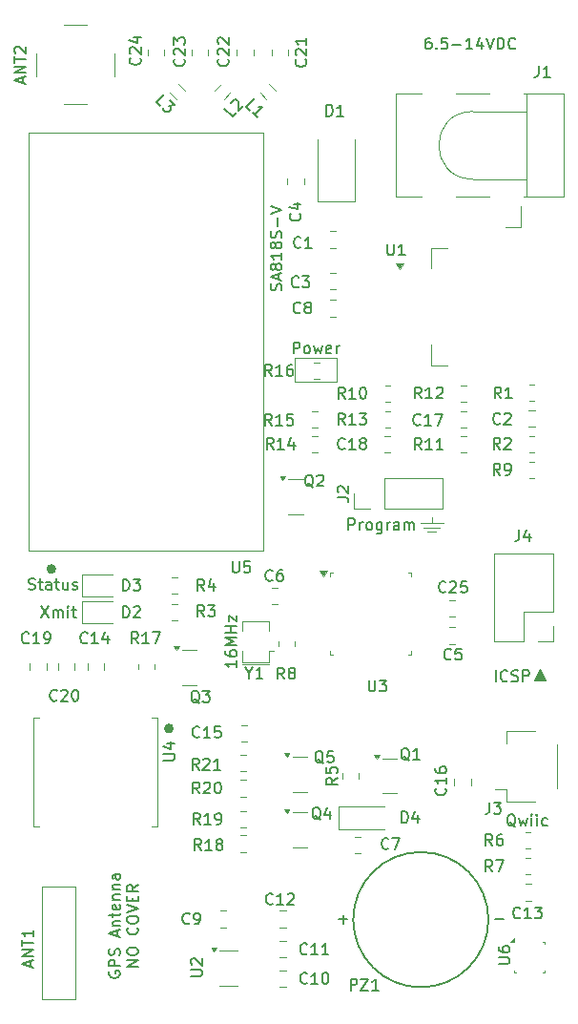
<source format=gbr>
%TF.GenerationSoftware,KiCad,Pcbnew,9.0.4*%
%TF.CreationDate,2025-08-21T19:00:16-05:00*%
%TF.ProjectId,ptFlex,7074466c-6578-42e6-9b69-6361645f7063,rev?*%
%TF.SameCoordinates,Original*%
%TF.FileFunction,Legend,Top*%
%TF.FilePolarity,Positive*%
%FSLAX46Y46*%
G04 Gerber Fmt 4.6, Leading zero omitted, Abs format (unit mm)*
G04 Created by KiCad (PCBNEW 9.0.4) date 2025-08-21 19:00:16*
%MOMM*%
%LPD*%
G01*
G04 APERTURE LIST*
%ADD10C,0.100000*%
%ADD11C,0.150000*%
%ADD12C,0.120000*%
%ADD13C,0.450000*%
%ADD14C,0.127000*%
G04 APERTURE END LIST*
D10*
X153000000Y-103500000D02*
X154500000Y-103500000D01*
X153800000Y-103100000D02*
X154800000Y-103100000D01*
X145350000Y-90600000D02*
X145350000Y-88500000D01*
X141650000Y-90600000D02*
X145350000Y-90600000D01*
X145350000Y-88500000D02*
X141650000Y-88500000D01*
X141650000Y-88500000D02*
X141650000Y-90600000D01*
X153800000Y-103100000D02*
X152800000Y-103100000D01*
X163900000Y-117100000D02*
X162900000Y-117100000D01*
X163400000Y-116100000D01*
X163900000Y-117100000D01*
G36*
X163900000Y-117100000D02*
G01*
X162900000Y-117100000D01*
X163400000Y-116100000D01*
X163900000Y-117100000D01*
G37*
X153400000Y-103900000D02*
X154150000Y-103900000D01*
X153800000Y-102600000D02*
X153800000Y-103100000D01*
D11*
X153665350Y-60069819D02*
X153474874Y-60069819D01*
X153474874Y-60069819D02*
X153379636Y-60117438D01*
X153379636Y-60117438D02*
X153332017Y-60165057D01*
X153332017Y-60165057D02*
X153236779Y-60307914D01*
X153236779Y-60307914D02*
X153189160Y-60498390D01*
X153189160Y-60498390D02*
X153189160Y-60879342D01*
X153189160Y-60879342D02*
X153236779Y-60974580D01*
X153236779Y-60974580D02*
X153284398Y-61022200D01*
X153284398Y-61022200D02*
X153379636Y-61069819D01*
X153379636Y-61069819D02*
X153570112Y-61069819D01*
X153570112Y-61069819D02*
X153665350Y-61022200D01*
X153665350Y-61022200D02*
X153712969Y-60974580D01*
X153712969Y-60974580D02*
X153760588Y-60879342D01*
X153760588Y-60879342D02*
X153760588Y-60641247D01*
X153760588Y-60641247D02*
X153712969Y-60546009D01*
X153712969Y-60546009D02*
X153665350Y-60498390D01*
X153665350Y-60498390D02*
X153570112Y-60450771D01*
X153570112Y-60450771D02*
X153379636Y-60450771D01*
X153379636Y-60450771D02*
X153284398Y-60498390D01*
X153284398Y-60498390D02*
X153236779Y-60546009D01*
X153236779Y-60546009D02*
X153189160Y-60641247D01*
X154189160Y-60974580D02*
X154236779Y-61022200D01*
X154236779Y-61022200D02*
X154189160Y-61069819D01*
X154189160Y-61069819D02*
X154141541Y-61022200D01*
X154141541Y-61022200D02*
X154189160Y-60974580D01*
X154189160Y-60974580D02*
X154189160Y-61069819D01*
X155141540Y-60069819D02*
X154665350Y-60069819D01*
X154665350Y-60069819D02*
X154617731Y-60546009D01*
X154617731Y-60546009D02*
X154665350Y-60498390D01*
X154665350Y-60498390D02*
X154760588Y-60450771D01*
X154760588Y-60450771D02*
X154998683Y-60450771D01*
X154998683Y-60450771D02*
X155093921Y-60498390D01*
X155093921Y-60498390D02*
X155141540Y-60546009D01*
X155141540Y-60546009D02*
X155189159Y-60641247D01*
X155189159Y-60641247D02*
X155189159Y-60879342D01*
X155189159Y-60879342D02*
X155141540Y-60974580D01*
X155141540Y-60974580D02*
X155093921Y-61022200D01*
X155093921Y-61022200D02*
X154998683Y-61069819D01*
X154998683Y-61069819D02*
X154760588Y-61069819D01*
X154760588Y-61069819D02*
X154665350Y-61022200D01*
X154665350Y-61022200D02*
X154617731Y-60974580D01*
X155617731Y-60688866D02*
X156379636Y-60688866D01*
X157379635Y-61069819D02*
X156808207Y-61069819D01*
X157093921Y-61069819D02*
X157093921Y-60069819D01*
X157093921Y-60069819D02*
X156998683Y-60212676D01*
X156998683Y-60212676D02*
X156903445Y-60307914D01*
X156903445Y-60307914D02*
X156808207Y-60355533D01*
X158236778Y-60403152D02*
X158236778Y-61069819D01*
X157998683Y-60022200D02*
X157760588Y-60736485D01*
X157760588Y-60736485D02*
X158379635Y-60736485D01*
X158617731Y-60069819D02*
X158951064Y-61069819D01*
X158951064Y-61069819D02*
X159284397Y-60069819D01*
X159617731Y-61069819D02*
X159617731Y-60069819D01*
X159617731Y-60069819D02*
X159855826Y-60069819D01*
X159855826Y-60069819D02*
X159998683Y-60117438D01*
X159998683Y-60117438D02*
X160093921Y-60212676D01*
X160093921Y-60212676D02*
X160141540Y-60307914D01*
X160141540Y-60307914D02*
X160189159Y-60498390D01*
X160189159Y-60498390D02*
X160189159Y-60641247D01*
X160189159Y-60641247D02*
X160141540Y-60831723D01*
X160141540Y-60831723D02*
X160093921Y-60926961D01*
X160093921Y-60926961D02*
X159998683Y-61022200D01*
X159998683Y-61022200D02*
X159855826Y-61069819D01*
X159855826Y-61069819D02*
X159617731Y-61069819D01*
X161189159Y-60974580D02*
X161141540Y-61022200D01*
X161141540Y-61022200D02*
X160998683Y-61069819D01*
X160998683Y-61069819D02*
X160903445Y-61069819D01*
X160903445Y-61069819D02*
X160760588Y-61022200D01*
X160760588Y-61022200D02*
X160665350Y-60926961D01*
X160665350Y-60926961D02*
X160617731Y-60831723D01*
X160617731Y-60831723D02*
X160570112Y-60641247D01*
X160570112Y-60641247D02*
X160570112Y-60498390D01*
X160570112Y-60498390D02*
X160617731Y-60307914D01*
X160617731Y-60307914D02*
X160665350Y-60212676D01*
X160665350Y-60212676D02*
X160760588Y-60117438D01*
X160760588Y-60117438D02*
X160903445Y-60069819D01*
X160903445Y-60069819D02*
X160998683Y-60069819D01*
X160998683Y-60069819D02*
X161141540Y-60117438D01*
X161141540Y-60117438D02*
X161189159Y-60165057D01*
X117977505Y-108968200D02*
X118120362Y-109015819D01*
X118120362Y-109015819D02*
X118358457Y-109015819D01*
X118358457Y-109015819D02*
X118453695Y-108968200D01*
X118453695Y-108968200D02*
X118501314Y-108920580D01*
X118501314Y-108920580D02*
X118548933Y-108825342D01*
X118548933Y-108825342D02*
X118548933Y-108730104D01*
X118548933Y-108730104D02*
X118501314Y-108634866D01*
X118501314Y-108634866D02*
X118453695Y-108587247D01*
X118453695Y-108587247D02*
X118358457Y-108539628D01*
X118358457Y-108539628D02*
X118167981Y-108492009D01*
X118167981Y-108492009D02*
X118072743Y-108444390D01*
X118072743Y-108444390D02*
X118025124Y-108396771D01*
X118025124Y-108396771D02*
X117977505Y-108301533D01*
X117977505Y-108301533D02*
X117977505Y-108206295D01*
X117977505Y-108206295D02*
X118025124Y-108111057D01*
X118025124Y-108111057D02*
X118072743Y-108063438D01*
X118072743Y-108063438D02*
X118167981Y-108015819D01*
X118167981Y-108015819D02*
X118406076Y-108015819D01*
X118406076Y-108015819D02*
X118548933Y-108063438D01*
X118834648Y-108349152D02*
X119215600Y-108349152D01*
X118977505Y-108015819D02*
X118977505Y-108872961D01*
X118977505Y-108872961D02*
X119025124Y-108968200D01*
X119025124Y-108968200D02*
X119120362Y-109015819D01*
X119120362Y-109015819D02*
X119215600Y-109015819D01*
X119977505Y-109015819D02*
X119977505Y-108492009D01*
X119977505Y-108492009D02*
X119929886Y-108396771D01*
X119929886Y-108396771D02*
X119834648Y-108349152D01*
X119834648Y-108349152D02*
X119644172Y-108349152D01*
X119644172Y-108349152D02*
X119548934Y-108396771D01*
X119977505Y-108968200D02*
X119882267Y-109015819D01*
X119882267Y-109015819D02*
X119644172Y-109015819D01*
X119644172Y-109015819D02*
X119548934Y-108968200D01*
X119548934Y-108968200D02*
X119501315Y-108872961D01*
X119501315Y-108872961D02*
X119501315Y-108777723D01*
X119501315Y-108777723D02*
X119548934Y-108682485D01*
X119548934Y-108682485D02*
X119644172Y-108634866D01*
X119644172Y-108634866D02*
X119882267Y-108634866D01*
X119882267Y-108634866D02*
X119977505Y-108587247D01*
X120310839Y-108349152D02*
X120691791Y-108349152D01*
X120453696Y-108015819D02*
X120453696Y-108872961D01*
X120453696Y-108872961D02*
X120501315Y-108968200D01*
X120501315Y-108968200D02*
X120596553Y-109015819D01*
X120596553Y-109015819D02*
X120691791Y-109015819D01*
X121453696Y-108349152D02*
X121453696Y-109015819D01*
X121025125Y-108349152D02*
X121025125Y-108872961D01*
X121025125Y-108872961D02*
X121072744Y-108968200D01*
X121072744Y-108968200D02*
X121167982Y-109015819D01*
X121167982Y-109015819D02*
X121310839Y-109015819D01*
X121310839Y-109015819D02*
X121406077Y-108968200D01*
X121406077Y-108968200D02*
X121453696Y-108920580D01*
X121882268Y-108968200D02*
X121977506Y-109015819D01*
X121977506Y-109015819D02*
X122167982Y-109015819D01*
X122167982Y-109015819D02*
X122263220Y-108968200D01*
X122263220Y-108968200D02*
X122310839Y-108872961D01*
X122310839Y-108872961D02*
X122310839Y-108825342D01*
X122310839Y-108825342D02*
X122263220Y-108730104D01*
X122263220Y-108730104D02*
X122167982Y-108682485D01*
X122167982Y-108682485D02*
X122025125Y-108682485D01*
X122025125Y-108682485D02*
X121929887Y-108634866D01*
X121929887Y-108634866D02*
X121882268Y-108539628D01*
X121882268Y-108539628D02*
X121882268Y-108492009D01*
X121882268Y-108492009D02*
X121929887Y-108396771D01*
X121929887Y-108396771D02*
X122025125Y-108349152D01*
X122025125Y-108349152D02*
X122167982Y-108349152D01*
X122167982Y-108349152D02*
X122263220Y-108396771D01*
X125153494Y-142893619D02*
X125105875Y-142988857D01*
X125105875Y-142988857D02*
X125105875Y-143131714D01*
X125105875Y-143131714D02*
X125153494Y-143274571D01*
X125153494Y-143274571D02*
X125248732Y-143369809D01*
X125248732Y-143369809D02*
X125343970Y-143417428D01*
X125343970Y-143417428D02*
X125534446Y-143465047D01*
X125534446Y-143465047D02*
X125677303Y-143465047D01*
X125677303Y-143465047D02*
X125867779Y-143417428D01*
X125867779Y-143417428D02*
X125963017Y-143369809D01*
X125963017Y-143369809D02*
X126058256Y-143274571D01*
X126058256Y-143274571D02*
X126105875Y-143131714D01*
X126105875Y-143131714D02*
X126105875Y-143036476D01*
X126105875Y-143036476D02*
X126058256Y-142893619D01*
X126058256Y-142893619D02*
X126010636Y-142846000D01*
X126010636Y-142846000D02*
X125677303Y-142846000D01*
X125677303Y-142846000D02*
X125677303Y-143036476D01*
X126105875Y-142417428D02*
X125105875Y-142417428D01*
X125105875Y-142417428D02*
X125105875Y-142036476D01*
X125105875Y-142036476D02*
X125153494Y-141941238D01*
X125153494Y-141941238D02*
X125201113Y-141893619D01*
X125201113Y-141893619D02*
X125296351Y-141846000D01*
X125296351Y-141846000D02*
X125439208Y-141846000D01*
X125439208Y-141846000D02*
X125534446Y-141893619D01*
X125534446Y-141893619D02*
X125582065Y-141941238D01*
X125582065Y-141941238D02*
X125629684Y-142036476D01*
X125629684Y-142036476D02*
X125629684Y-142417428D01*
X126058256Y-141465047D02*
X126105875Y-141322190D01*
X126105875Y-141322190D02*
X126105875Y-141084095D01*
X126105875Y-141084095D02*
X126058256Y-140988857D01*
X126058256Y-140988857D02*
X126010636Y-140941238D01*
X126010636Y-140941238D02*
X125915398Y-140893619D01*
X125915398Y-140893619D02*
X125820160Y-140893619D01*
X125820160Y-140893619D02*
X125724922Y-140941238D01*
X125724922Y-140941238D02*
X125677303Y-140988857D01*
X125677303Y-140988857D02*
X125629684Y-141084095D01*
X125629684Y-141084095D02*
X125582065Y-141274571D01*
X125582065Y-141274571D02*
X125534446Y-141369809D01*
X125534446Y-141369809D02*
X125486827Y-141417428D01*
X125486827Y-141417428D02*
X125391589Y-141465047D01*
X125391589Y-141465047D02*
X125296351Y-141465047D01*
X125296351Y-141465047D02*
X125201113Y-141417428D01*
X125201113Y-141417428D02*
X125153494Y-141369809D01*
X125153494Y-141369809D02*
X125105875Y-141274571D01*
X125105875Y-141274571D02*
X125105875Y-141036476D01*
X125105875Y-141036476D02*
X125153494Y-140893619D01*
X125820160Y-139750761D02*
X125820160Y-139274571D01*
X126105875Y-139845999D02*
X125105875Y-139512666D01*
X125105875Y-139512666D02*
X126105875Y-139179333D01*
X125439208Y-138845999D02*
X126105875Y-138845999D01*
X125534446Y-138845999D02*
X125486827Y-138798380D01*
X125486827Y-138798380D02*
X125439208Y-138703142D01*
X125439208Y-138703142D02*
X125439208Y-138560285D01*
X125439208Y-138560285D02*
X125486827Y-138465047D01*
X125486827Y-138465047D02*
X125582065Y-138417428D01*
X125582065Y-138417428D02*
X126105875Y-138417428D01*
X125439208Y-138084094D02*
X125439208Y-137703142D01*
X125105875Y-137941237D02*
X125963017Y-137941237D01*
X125963017Y-137941237D02*
X126058256Y-137893618D01*
X126058256Y-137893618D02*
X126105875Y-137798380D01*
X126105875Y-137798380D02*
X126105875Y-137703142D01*
X126058256Y-136988856D02*
X126105875Y-137084094D01*
X126105875Y-137084094D02*
X126105875Y-137274570D01*
X126105875Y-137274570D02*
X126058256Y-137369808D01*
X126058256Y-137369808D02*
X125963017Y-137417427D01*
X125963017Y-137417427D02*
X125582065Y-137417427D01*
X125582065Y-137417427D02*
X125486827Y-137369808D01*
X125486827Y-137369808D02*
X125439208Y-137274570D01*
X125439208Y-137274570D02*
X125439208Y-137084094D01*
X125439208Y-137084094D02*
X125486827Y-136988856D01*
X125486827Y-136988856D02*
X125582065Y-136941237D01*
X125582065Y-136941237D02*
X125677303Y-136941237D01*
X125677303Y-136941237D02*
X125772541Y-137417427D01*
X125439208Y-136512665D02*
X126105875Y-136512665D01*
X125534446Y-136512665D02*
X125486827Y-136465046D01*
X125486827Y-136465046D02*
X125439208Y-136369808D01*
X125439208Y-136369808D02*
X125439208Y-136226951D01*
X125439208Y-136226951D02*
X125486827Y-136131713D01*
X125486827Y-136131713D02*
X125582065Y-136084094D01*
X125582065Y-136084094D02*
X126105875Y-136084094D01*
X125439208Y-135607903D02*
X126105875Y-135607903D01*
X125534446Y-135607903D02*
X125486827Y-135560284D01*
X125486827Y-135560284D02*
X125439208Y-135465046D01*
X125439208Y-135465046D02*
X125439208Y-135322189D01*
X125439208Y-135322189D02*
X125486827Y-135226951D01*
X125486827Y-135226951D02*
X125582065Y-135179332D01*
X125582065Y-135179332D02*
X126105875Y-135179332D01*
X126105875Y-134274570D02*
X125582065Y-134274570D01*
X125582065Y-134274570D02*
X125486827Y-134322189D01*
X125486827Y-134322189D02*
X125439208Y-134417427D01*
X125439208Y-134417427D02*
X125439208Y-134607903D01*
X125439208Y-134607903D02*
X125486827Y-134703141D01*
X126058256Y-134274570D02*
X126105875Y-134369808D01*
X126105875Y-134369808D02*
X126105875Y-134607903D01*
X126105875Y-134607903D02*
X126058256Y-134703141D01*
X126058256Y-134703141D02*
X125963017Y-134750760D01*
X125963017Y-134750760D02*
X125867779Y-134750760D01*
X125867779Y-134750760D02*
X125772541Y-134703141D01*
X125772541Y-134703141D02*
X125724922Y-134607903D01*
X125724922Y-134607903D02*
X125724922Y-134369808D01*
X125724922Y-134369808D02*
X125677303Y-134274570D01*
X127715819Y-142441237D02*
X126715819Y-142441237D01*
X126715819Y-142441237D02*
X127715819Y-141869809D01*
X127715819Y-141869809D02*
X126715819Y-141869809D01*
X126715819Y-141203142D02*
X126715819Y-141012666D01*
X126715819Y-141012666D02*
X126763438Y-140917428D01*
X126763438Y-140917428D02*
X126858676Y-140822190D01*
X126858676Y-140822190D02*
X127049152Y-140774571D01*
X127049152Y-140774571D02*
X127382485Y-140774571D01*
X127382485Y-140774571D02*
X127572961Y-140822190D01*
X127572961Y-140822190D02*
X127668200Y-140917428D01*
X127668200Y-140917428D02*
X127715819Y-141012666D01*
X127715819Y-141012666D02*
X127715819Y-141203142D01*
X127715819Y-141203142D02*
X127668200Y-141298380D01*
X127668200Y-141298380D02*
X127572961Y-141393618D01*
X127572961Y-141393618D02*
X127382485Y-141441237D01*
X127382485Y-141441237D02*
X127049152Y-141441237D01*
X127049152Y-141441237D02*
X126858676Y-141393618D01*
X126858676Y-141393618D02*
X126763438Y-141298380D01*
X126763438Y-141298380D02*
X126715819Y-141203142D01*
X127620580Y-139012666D02*
X127668200Y-139060285D01*
X127668200Y-139060285D02*
X127715819Y-139203142D01*
X127715819Y-139203142D02*
X127715819Y-139298380D01*
X127715819Y-139298380D02*
X127668200Y-139441237D01*
X127668200Y-139441237D02*
X127572961Y-139536475D01*
X127572961Y-139536475D02*
X127477723Y-139584094D01*
X127477723Y-139584094D02*
X127287247Y-139631713D01*
X127287247Y-139631713D02*
X127144390Y-139631713D01*
X127144390Y-139631713D02*
X126953914Y-139584094D01*
X126953914Y-139584094D02*
X126858676Y-139536475D01*
X126858676Y-139536475D02*
X126763438Y-139441237D01*
X126763438Y-139441237D02*
X126715819Y-139298380D01*
X126715819Y-139298380D02*
X126715819Y-139203142D01*
X126715819Y-139203142D02*
X126763438Y-139060285D01*
X126763438Y-139060285D02*
X126811057Y-139012666D01*
X126715819Y-138393618D02*
X126715819Y-138203142D01*
X126715819Y-138203142D02*
X126763438Y-138107904D01*
X126763438Y-138107904D02*
X126858676Y-138012666D01*
X126858676Y-138012666D02*
X127049152Y-137965047D01*
X127049152Y-137965047D02*
X127382485Y-137965047D01*
X127382485Y-137965047D02*
X127572961Y-138012666D01*
X127572961Y-138012666D02*
X127668200Y-138107904D01*
X127668200Y-138107904D02*
X127715819Y-138203142D01*
X127715819Y-138203142D02*
X127715819Y-138393618D01*
X127715819Y-138393618D02*
X127668200Y-138488856D01*
X127668200Y-138488856D02*
X127572961Y-138584094D01*
X127572961Y-138584094D02*
X127382485Y-138631713D01*
X127382485Y-138631713D02*
X127049152Y-138631713D01*
X127049152Y-138631713D02*
X126858676Y-138584094D01*
X126858676Y-138584094D02*
X126763438Y-138488856D01*
X126763438Y-138488856D02*
X126715819Y-138393618D01*
X126715819Y-137679332D02*
X127715819Y-137345999D01*
X127715819Y-137345999D02*
X126715819Y-137012666D01*
X127192009Y-136679332D02*
X127192009Y-136345999D01*
X127715819Y-136203142D02*
X127715819Y-136679332D01*
X127715819Y-136679332D02*
X126715819Y-136679332D01*
X126715819Y-136679332D02*
X126715819Y-136203142D01*
X127715819Y-135203142D02*
X127239628Y-135536475D01*
X127715819Y-135774570D02*
X126715819Y-135774570D01*
X126715819Y-135774570D02*
X126715819Y-135393618D01*
X126715819Y-135393618D02*
X126763438Y-135298380D01*
X126763438Y-135298380D02*
X126811057Y-135250761D01*
X126811057Y-135250761D02*
X126906295Y-135203142D01*
X126906295Y-135203142D02*
X127049152Y-135203142D01*
X127049152Y-135203142D02*
X127144390Y-135250761D01*
X127144390Y-135250761D02*
X127192009Y-135298380D01*
X127192009Y-135298380D02*
X127239628Y-135393618D01*
X127239628Y-135393618D02*
X127239628Y-135774570D01*
X119110840Y-110515819D02*
X119777506Y-111515819D01*
X119777506Y-110515819D02*
X119110840Y-111515819D01*
X120158459Y-111515819D02*
X120158459Y-110849152D01*
X120158459Y-110944390D02*
X120206078Y-110896771D01*
X120206078Y-110896771D02*
X120301316Y-110849152D01*
X120301316Y-110849152D02*
X120444173Y-110849152D01*
X120444173Y-110849152D02*
X120539411Y-110896771D01*
X120539411Y-110896771D02*
X120587030Y-110992009D01*
X120587030Y-110992009D02*
X120587030Y-111515819D01*
X120587030Y-110992009D02*
X120634649Y-110896771D01*
X120634649Y-110896771D02*
X120729887Y-110849152D01*
X120729887Y-110849152D02*
X120872744Y-110849152D01*
X120872744Y-110849152D02*
X120967983Y-110896771D01*
X120967983Y-110896771D02*
X121015602Y-110992009D01*
X121015602Y-110992009D02*
X121015602Y-111515819D01*
X121491792Y-111515819D02*
X121491792Y-110849152D01*
X121491792Y-110515819D02*
X121444173Y-110563438D01*
X121444173Y-110563438D02*
X121491792Y-110611057D01*
X121491792Y-110611057D02*
X121539411Y-110563438D01*
X121539411Y-110563438D02*
X121491792Y-110515819D01*
X121491792Y-110515819D02*
X121491792Y-110611057D01*
X121825125Y-110849152D02*
X122206077Y-110849152D01*
X121967982Y-110515819D02*
X121967982Y-111372961D01*
X121967982Y-111372961D02*
X122015601Y-111468200D01*
X122015601Y-111468200D02*
X122110839Y-111515819D01*
X122110839Y-111515819D02*
X122206077Y-111515819D01*
X146386779Y-103719819D02*
X146386779Y-102719819D01*
X146386779Y-102719819D02*
X146767731Y-102719819D01*
X146767731Y-102719819D02*
X146862969Y-102767438D01*
X146862969Y-102767438D02*
X146910588Y-102815057D01*
X146910588Y-102815057D02*
X146958207Y-102910295D01*
X146958207Y-102910295D02*
X146958207Y-103053152D01*
X146958207Y-103053152D02*
X146910588Y-103148390D01*
X146910588Y-103148390D02*
X146862969Y-103196009D01*
X146862969Y-103196009D02*
X146767731Y-103243628D01*
X146767731Y-103243628D02*
X146386779Y-103243628D01*
X147386779Y-103719819D02*
X147386779Y-103053152D01*
X147386779Y-103243628D02*
X147434398Y-103148390D01*
X147434398Y-103148390D02*
X147482017Y-103100771D01*
X147482017Y-103100771D02*
X147577255Y-103053152D01*
X147577255Y-103053152D02*
X147672493Y-103053152D01*
X148148684Y-103719819D02*
X148053446Y-103672200D01*
X148053446Y-103672200D02*
X148005827Y-103624580D01*
X148005827Y-103624580D02*
X147958208Y-103529342D01*
X147958208Y-103529342D02*
X147958208Y-103243628D01*
X147958208Y-103243628D02*
X148005827Y-103148390D01*
X148005827Y-103148390D02*
X148053446Y-103100771D01*
X148053446Y-103100771D02*
X148148684Y-103053152D01*
X148148684Y-103053152D02*
X148291541Y-103053152D01*
X148291541Y-103053152D02*
X148386779Y-103100771D01*
X148386779Y-103100771D02*
X148434398Y-103148390D01*
X148434398Y-103148390D02*
X148482017Y-103243628D01*
X148482017Y-103243628D02*
X148482017Y-103529342D01*
X148482017Y-103529342D02*
X148434398Y-103624580D01*
X148434398Y-103624580D02*
X148386779Y-103672200D01*
X148386779Y-103672200D02*
X148291541Y-103719819D01*
X148291541Y-103719819D02*
X148148684Y-103719819D01*
X149339160Y-103053152D02*
X149339160Y-103862676D01*
X149339160Y-103862676D02*
X149291541Y-103957914D01*
X149291541Y-103957914D02*
X149243922Y-104005533D01*
X149243922Y-104005533D02*
X149148684Y-104053152D01*
X149148684Y-104053152D02*
X149005827Y-104053152D01*
X149005827Y-104053152D02*
X148910589Y-104005533D01*
X149339160Y-103672200D02*
X149243922Y-103719819D01*
X149243922Y-103719819D02*
X149053446Y-103719819D01*
X149053446Y-103719819D02*
X148958208Y-103672200D01*
X148958208Y-103672200D02*
X148910589Y-103624580D01*
X148910589Y-103624580D02*
X148862970Y-103529342D01*
X148862970Y-103529342D02*
X148862970Y-103243628D01*
X148862970Y-103243628D02*
X148910589Y-103148390D01*
X148910589Y-103148390D02*
X148958208Y-103100771D01*
X148958208Y-103100771D02*
X149053446Y-103053152D01*
X149053446Y-103053152D02*
X149243922Y-103053152D01*
X149243922Y-103053152D02*
X149339160Y-103100771D01*
X149815351Y-103719819D02*
X149815351Y-103053152D01*
X149815351Y-103243628D02*
X149862970Y-103148390D01*
X149862970Y-103148390D02*
X149910589Y-103100771D01*
X149910589Y-103100771D02*
X150005827Y-103053152D01*
X150005827Y-103053152D02*
X150101065Y-103053152D01*
X150862970Y-103719819D02*
X150862970Y-103196009D01*
X150862970Y-103196009D02*
X150815351Y-103100771D01*
X150815351Y-103100771D02*
X150720113Y-103053152D01*
X150720113Y-103053152D02*
X150529637Y-103053152D01*
X150529637Y-103053152D02*
X150434399Y-103100771D01*
X150862970Y-103672200D02*
X150767732Y-103719819D01*
X150767732Y-103719819D02*
X150529637Y-103719819D01*
X150529637Y-103719819D02*
X150434399Y-103672200D01*
X150434399Y-103672200D02*
X150386780Y-103576961D01*
X150386780Y-103576961D02*
X150386780Y-103481723D01*
X150386780Y-103481723D02*
X150434399Y-103386485D01*
X150434399Y-103386485D02*
X150529637Y-103338866D01*
X150529637Y-103338866D02*
X150767732Y-103338866D01*
X150767732Y-103338866D02*
X150862970Y-103291247D01*
X151339161Y-103719819D02*
X151339161Y-103053152D01*
X151339161Y-103148390D02*
X151386780Y-103100771D01*
X151386780Y-103100771D02*
X151482018Y-103053152D01*
X151482018Y-103053152D02*
X151624875Y-103053152D01*
X151624875Y-103053152D02*
X151720113Y-103100771D01*
X151720113Y-103100771D02*
X151767732Y-103196009D01*
X151767732Y-103196009D02*
X151767732Y-103719819D01*
X151767732Y-103196009D02*
X151815351Y-103100771D01*
X151815351Y-103100771D02*
X151910589Y-103053152D01*
X151910589Y-103053152D02*
X152053446Y-103053152D01*
X152053446Y-103053152D02*
X152148685Y-103100771D01*
X152148685Y-103100771D02*
X152196304Y-103196009D01*
X152196304Y-103196009D02*
X152196304Y-103719819D01*
X161203445Y-130065057D02*
X161108207Y-130017438D01*
X161108207Y-130017438D02*
X161012969Y-129922200D01*
X161012969Y-129922200D02*
X160870112Y-129779342D01*
X160870112Y-129779342D02*
X160774874Y-129731723D01*
X160774874Y-129731723D02*
X160679636Y-129731723D01*
X160727255Y-129969819D02*
X160632017Y-129922200D01*
X160632017Y-129922200D02*
X160536779Y-129826961D01*
X160536779Y-129826961D02*
X160489160Y-129636485D01*
X160489160Y-129636485D02*
X160489160Y-129303152D01*
X160489160Y-129303152D02*
X160536779Y-129112676D01*
X160536779Y-129112676D02*
X160632017Y-129017438D01*
X160632017Y-129017438D02*
X160727255Y-128969819D01*
X160727255Y-128969819D02*
X160917731Y-128969819D01*
X160917731Y-128969819D02*
X161012969Y-129017438D01*
X161012969Y-129017438D02*
X161108207Y-129112676D01*
X161108207Y-129112676D02*
X161155826Y-129303152D01*
X161155826Y-129303152D02*
X161155826Y-129636485D01*
X161155826Y-129636485D02*
X161108207Y-129826961D01*
X161108207Y-129826961D02*
X161012969Y-129922200D01*
X161012969Y-129922200D02*
X160917731Y-129969819D01*
X160917731Y-129969819D02*
X160727255Y-129969819D01*
X161489160Y-129303152D02*
X161679636Y-129969819D01*
X161679636Y-129969819D02*
X161870112Y-129493628D01*
X161870112Y-129493628D02*
X162060588Y-129969819D01*
X162060588Y-129969819D02*
X162251064Y-129303152D01*
X162632017Y-129969819D02*
X162632017Y-129303152D01*
X162632017Y-128969819D02*
X162584398Y-129017438D01*
X162584398Y-129017438D02*
X162632017Y-129065057D01*
X162632017Y-129065057D02*
X162679636Y-129017438D01*
X162679636Y-129017438D02*
X162632017Y-128969819D01*
X162632017Y-128969819D02*
X162632017Y-129065057D01*
X163108207Y-129969819D02*
X163108207Y-129303152D01*
X163108207Y-128969819D02*
X163060588Y-129017438D01*
X163060588Y-129017438D02*
X163108207Y-129065057D01*
X163108207Y-129065057D02*
X163155826Y-129017438D01*
X163155826Y-129017438D02*
X163108207Y-128969819D01*
X163108207Y-128969819D02*
X163108207Y-129065057D01*
X164012968Y-129922200D02*
X163917730Y-129969819D01*
X163917730Y-129969819D02*
X163727254Y-129969819D01*
X163727254Y-129969819D02*
X163632016Y-129922200D01*
X163632016Y-129922200D02*
X163584397Y-129874580D01*
X163584397Y-129874580D02*
X163536778Y-129779342D01*
X163536778Y-129779342D02*
X163536778Y-129493628D01*
X163536778Y-129493628D02*
X163584397Y-129398390D01*
X163584397Y-129398390D02*
X163632016Y-129350771D01*
X163632016Y-129350771D02*
X163727254Y-129303152D01*
X163727254Y-129303152D02*
X163917730Y-129303152D01*
X163917730Y-129303152D02*
X164012968Y-129350771D01*
X141486779Y-88069819D02*
X141486779Y-87069819D01*
X141486779Y-87069819D02*
X141867731Y-87069819D01*
X141867731Y-87069819D02*
X141962969Y-87117438D01*
X141962969Y-87117438D02*
X142010588Y-87165057D01*
X142010588Y-87165057D02*
X142058207Y-87260295D01*
X142058207Y-87260295D02*
X142058207Y-87403152D01*
X142058207Y-87403152D02*
X142010588Y-87498390D01*
X142010588Y-87498390D02*
X141962969Y-87546009D01*
X141962969Y-87546009D02*
X141867731Y-87593628D01*
X141867731Y-87593628D02*
X141486779Y-87593628D01*
X142629636Y-88069819D02*
X142534398Y-88022200D01*
X142534398Y-88022200D02*
X142486779Y-87974580D01*
X142486779Y-87974580D02*
X142439160Y-87879342D01*
X142439160Y-87879342D02*
X142439160Y-87593628D01*
X142439160Y-87593628D02*
X142486779Y-87498390D01*
X142486779Y-87498390D02*
X142534398Y-87450771D01*
X142534398Y-87450771D02*
X142629636Y-87403152D01*
X142629636Y-87403152D02*
X142772493Y-87403152D01*
X142772493Y-87403152D02*
X142867731Y-87450771D01*
X142867731Y-87450771D02*
X142915350Y-87498390D01*
X142915350Y-87498390D02*
X142962969Y-87593628D01*
X142962969Y-87593628D02*
X142962969Y-87879342D01*
X142962969Y-87879342D02*
X142915350Y-87974580D01*
X142915350Y-87974580D02*
X142867731Y-88022200D01*
X142867731Y-88022200D02*
X142772493Y-88069819D01*
X142772493Y-88069819D02*
X142629636Y-88069819D01*
X143296303Y-87403152D02*
X143486779Y-88069819D01*
X143486779Y-88069819D02*
X143677255Y-87593628D01*
X143677255Y-87593628D02*
X143867731Y-88069819D01*
X143867731Y-88069819D02*
X144058207Y-87403152D01*
X144820112Y-88022200D02*
X144724874Y-88069819D01*
X144724874Y-88069819D02*
X144534398Y-88069819D01*
X144534398Y-88069819D02*
X144439160Y-88022200D01*
X144439160Y-88022200D02*
X144391541Y-87926961D01*
X144391541Y-87926961D02*
X144391541Y-87546009D01*
X144391541Y-87546009D02*
X144439160Y-87450771D01*
X144439160Y-87450771D02*
X144534398Y-87403152D01*
X144534398Y-87403152D02*
X144724874Y-87403152D01*
X144724874Y-87403152D02*
X144820112Y-87450771D01*
X144820112Y-87450771D02*
X144867731Y-87546009D01*
X144867731Y-87546009D02*
X144867731Y-87641247D01*
X144867731Y-87641247D02*
X144391541Y-87736485D01*
X145296303Y-88069819D02*
X145296303Y-87403152D01*
X145296303Y-87593628D02*
X145343922Y-87498390D01*
X145343922Y-87498390D02*
X145391541Y-87450771D01*
X145391541Y-87450771D02*
X145486779Y-87403152D01*
X145486779Y-87403152D02*
X145582017Y-87403152D01*
X159436779Y-117169819D02*
X159436779Y-116169819D01*
X160484397Y-117074580D02*
X160436778Y-117122200D01*
X160436778Y-117122200D02*
X160293921Y-117169819D01*
X160293921Y-117169819D02*
X160198683Y-117169819D01*
X160198683Y-117169819D02*
X160055826Y-117122200D01*
X160055826Y-117122200D02*
X159960588Y-117026961D01*
X159960588Y-117026961D02*
X159912969Y-116931723D01*
X159912969Y-116931723D02*
X159865350Y-116741247D01*
X159865350Y-116741247D02*
X159865350Y-116598390D01*
X159865350Y-116598390D02*
X159912969Y-116407914D01*
X159912969Y-116407914D02*
X159960588Y-116312676D01*
X159960588Y-116312676D02*
X160055826Y-116217438D01*
X160055826Y-116217438D02*
X160198683Y-116169819D01*
X160198683Y-116169819D02*
X160293921Y-116169819D01*
X160293921Y-116169819D02*
X160436778Y-116217438D01*
X160436778Y-116217438D02*
X160484397Y-116265057D01*
X160865350Y-117122200D02*
X161008207Y-117169819D01*
X161008207Y-117169819D02*
X161246302Y-117169819D01*
X161246302Y-117169819D02*
X161341540Y-117122200D01*
X161341540Y-117122200D02*
X161389159Y-117074580D01*
X161389159Y-117074580D02*
X161436778Y-116979342D01*
X161436778Y-116979342D02*
X161436778Y-116884104D01*
X161436778Y-116884104D02*
X161389159Y-116788866D01*
X161389159Y-116788866D02*
X161341540Y-116741247D01*
X161341540Y-116741247D02*
X161246302Y-116693628D01*
X161246302Y-116693628D02*
X161055826Y-116646009D01*
X161055826Y-116646009D02*
X160960588Y-116598390D01*
X160960588Y-116598390D02*
X160912969Y-116550771D01*
X160912969Y-116550771D02*
X160865350Y-116455533D01*
X160865350Y-116455533D02*
X160865350Y-116360295D01*
X160865350Y-116360295D02*
X160912969Y-116265057D01*
X160912969Y-116265057D02*
X160960588Y-116217438D01*
X160960588Y-116217438D02*
X161055826Y-116169819D01*
X161055826Y-116169819D02*
X161293921Y-116169819D01*
X161293921Y-116169819D02*
X161436778Y-116217438D01*
X161865350Y-117169819D02*
X161865350Y-116169819D01*
X161865350Y-116169819D02*
X162246302Y-116169819D01*
X162246302Y-116169819D02*
X162341540Y-116217438D01*
X162341540Y-116217438D02*
X162389159Y-116265057D01*
X162389159Y-116265057D02*
X162436778Y-116360295D01*
X162436778Y-116360295D02*
X162436778Y-116503152D01*
X162436778Y-116503152D02*
X162389159Y-116598390D01*
X162389159Y-116598390D02*
X162341540Y-116646009D01*
X162341540Y-116646009D02*
X162246302Y-116693628D01*
X162246302Y-116693628D02*
X161865350Y-116693628D01*
X152857142Y-96600819D02*
X152523809Y-96124628D01*
X152285714Y-96600819D02*
X152285714Y-95600819D01*
X152285714Y-95600819D02*
X152666666Y-95600819D01*
X152666666Y-95600819D02*
X152761904Y-95648438D01*
X152761904Y-95648438D02*
X152809523Y-95696057D01*
X152809523Y-95696057D02*
X152857142Y-95791295D01*
X152857142Y-95791295D02*
X152857142Y-95934152D01*
X152857142Y-95934152D02*
X152809523Y-96029390D01*
X152809523Y-96029390D02*
X152761904Y-96077009D01*
X152761904Y-96077009D02*
X152666666Y-96124628D01*
X152666666Y-96124628D02*
X152285714Y-96124628D01*
X153809523Y-96600819D02*
X153238095Y-96600819D01*
X153523809Y-96600819D02*
X153523809Y-95600819D01*
X153523809Y-95600819D02*
X153428571Y-95743676D01*
X153428571Y-95743676D02*
X153333333Y-95838914D01*
X153333333Y-95838914D02*
X153238095Y-95886533D01*
X154761904Y-96600819D02*
X154190476Y-96600819D01*
X154476190Y-96600819D02*
X154476190Y-95600819D01*
X154476190Y-95600819D02*
X154380952Y-95743676D01*
X154380952Y-95743676D02*
X154285714Y-95838914D01*
X154285714Y-95838914D02*
X154190476Y-95886533D01*
X118115104Y-142465047D02*
X118115104Y-141988857D01*
X118400819Y-142560285D02*
X117400819Y-142226952D01*
X117400819Y-142226952D02*
X118400819Y-141893619D01*
X118400819Y-141560285D02*
X117400819Y-141560285D01*
X117400819Y-141560285D02*
X118400819Y-140988857D01*
X118400819Y-140988857D02*
X117400819Y-140988857D01*
X117400819Y-140655523D02*
X117400819Y-140084095D01*
X118400819Y-140369809D02*
X117400819Y-140369809D01*
X118400819Y-139226952D02*
X118400819Y-139798380D01*
X118400819Y-139512666D02*
X117400819Y-139512666D01*
X117400819Y-139512666D02*
X117543676Y-139607904D01*
X117543676Y-139607904D02*
X117638914Y-139703142D01*
X117638914Y-139703142D02*
X117686533Y-139798380D01*
X139707142Y-96554819D02*
X139373809Y-96078628D01*
X139135714Y-96554819D02*
X139135714Y-95554819D01*
X139135714Y-95554819D02*
X139516666Y-95554819D01*
X139516666Y-95554819D02*
X139611904Y-95602438D01*
X139611904Y-95602438D02*
X139659523Y-95650057D01*
X139659523Y-95650057D02*
X139707142Y-95745295D01*
X139707142Y-95745295D02*
X139707142Y-95888152D01*
X139707142Y-95888152D02*
X139659523Y-95983390D01*
X139659523Y-95983390D02*
X139611904Y-96031009D01*
X139611904Y-96031009D02*
X139516666Y-96078628D01*
X139516666Y-96078628D02*
X139135714Y-96078628D01*
X140659523Y-96554819D02*
X140088095Y-96554819D01*
X140373809Y-96554819D02*
X140373809Y-95554819D01*
X140373809Y-95554819D02*
X140278571Y-95697676D01*
X140278571Y-95697676D02*
X140183333Y-95792914D01*
X140183333Y-95792914D02*
X140088095Y-95840533D01*
X141516666Y-95888152D02*
X141516666Y-96554819D01*
X141278571Y-95507200D02*
X141040476Y-96221485D01*
X141040476Y-96221485D02*
X141659523Y-96221485D01*
X159833333Y-98854152D02*
X159500000Y-98377961D01*
X159261905Y-98854152D02*
X159261905Y-97854152D01*
X159261905Y-97854152D02*
X159642857Y-97854152D01*
X159642857Y-97854152D02*
X159738095Y-97901771D01*
X159738095Y-97901771D02*
X159785714Y-97949390D01*
X159785714Y-97949390D02*
X159833333Y-98044628D01*
X159833333Y-98044628D02*
X159833333Y-98187485D01*
X159833333Y-98187485D02*
X159785714Y-98282723D01*
X159785714Y-98282723D02*
X159738095Y-98330342D01*
X159738095Y-98330342D02*
X159642857Y-98377961D01*
X159642857Y-98377961D02*
X159261905Y-98377961D01*
X160309524Y-98854152D02*
X160500000Y-98854152D01*
X160500000Y-98854152D02*
X160595238Y-98806533D01*
X160595238Y-98806533D02*
X160642857Y-98758913D01*
X160642857Y-98758913D02*
X160738095Y-98616056D01*
X160738095Y-98616056D02*
X160785714Y-98425580D01*
X160785714Y-98425580D02*
X160785714Y-98044628D01*
X160785714Y-98044628D02*
X160738095Y-97949390D01*
X160738095Y-97949390D02*
X160690476Y-97901771D01*
X160690476Y-97901771D02*
X160595238Y-97854152D01*
X160595238Y-97854152D02*
X160404762Y-97854152D01*
X160404762Y-97854152D02*
X160309524Y-97901771D01*
X160309524Y-97901771D02*
X160261905Y-97949390D01*
X160261905Y-97949390D02*
X160214286Y-98044628D01*
X160214286Y-98044628D02*
X160214286Y-98282723D01*
X160214286Y-98282723D02*
X160261905Y-98377961D01*
X160261905Y-98377961D02*
X160309524Y-98425580D01*
X160309524Y-98425580D02*
X160404762Y-98473199D01*
X160404762Y-98473199D02*
X160595238Y-98473199D01*
X160595238Y-98473199D02*
X160690476Y-98425580D01*
X160690476Y-98425580D02*
X160738095Y-98377961D01*
X160738095Y-98377961D02*
X160785714Y-98282723D01*
X133153142Y-127100819D02*
X132819809Y-126624628D01*
X132581714Y-127100819D02*
X132581714Y-126100819D01*
X132581714Y-126100819D02*
X132962666Y-126100819D01*
X132962666Y-126100819D02*
X133057904Y-126148438D01*
X133057904Y-126148438D02*
X133105523Y-126196057D01*
X133105523Y-126196057D02*
X133153142Y-126291295D01*
X133153142Y-126291295D02*
X133153142Y-126434152D01*
X133153142Y-126434152D02*
X133105523Y-126529390D01*
X133105523Y-126529390D02*
X133057904Y-126577009D01*
X133057904Y-126577009D02*
X132962666Y-126624628D01*
X132962666Y-126624628D02*
X132581714Y-126624628D01*
X133534095Y-126196057D02*
X133581714Y-126148438D01*
X133581714Y-126148438D02*
X133676952Y-126100819D01*
X133676952Y-126100819D02*
X133915047Y-126100819D01*
X133915047Y-126100819D02*
X134010285Y-126148438D01*
X134010285Y-126148438D02*
X134057904Y-126196057D01*
X134057904Y-126196057D02*
X134105523Y-126291295D01*
X134105523Y-126291295D02*
X134105523Y-126386533D01*
X134105523Y-126386533D02*
X134057904Y-126529390D01*
X134057904Y-126529390D02*
X133486476Y-127100819D01*
X133486476Y-127100819D02*
X134105523Y-127100819D01*
X134724571Y-126100819D02*
X134819809Y-126100819D01*
X134819809Y-126100819D02*
X134915047Y-126148438D01*
X134915047Y-126148438D02*
X134962666Y-126196057D01*
X134962666Y-126196057D02*
X135010285Y-126291295D01*
X135010285Y-126291295D02*
X135057904Y-126481771D01*
X135057904Y-126481771D02*
X135057904Y-126719866D01*
X135057904Y-126719866D02*
X135010285Y-126910342D01*
X135010285Y-126910342D02*
X134962666Y-127005580D01*
X134962666Y-127005580D02*
X134915047Y-127053200D01*
X134915047Y-127053200D02*
X134819809Y-127100819D01*
X134819809Y-127100819D02*
X134724571Y-127100819D01*
X134724571Y-127100819D02*
X134629333Y-127053200D01*
X134629333Y-127053200D02*
X134581714Y-127005580D01*
X134581714Y-127005580D02*
X134534095Y-126910342D01*
X134534095Y-126910342D02*
X134486476Y-126719866D01*
X134486476Y-126719866D02*
X134486476Y-126481771D01*
X134486476Y-126481771D02*
X134534095Y-126291295D01*
X134534095Y-126291295D02*
X134581714Y-126196057D01*
X134581714Y-126196057D02*
X134629333Y-126148438D01*
X134629333Y-126148438D02*
X134724571Y-126100819D01*
X133157142Y-122059580D02*
X133109523Y-122107200D01*
X133109523Y-122107200D02*
X132966666Y-122154819D01*
X132966666Y-122154819D02*
X132871428Y-122154819D01*
X132871428Y-122154819D02*
X132728571Y-122107200D01*
X132728571Y-122107200D02*
X132633333Y-122011961D01*
X132633333Y-122011961D02*
X132585714Y-121916723D01*
X132585714Y-121916723D02*
X132538095Y-121726247D01*
X132538095Y-121726247D02*
X132538095Y-121583390D01*
X132538095Y-121583390D02*
X132585714Y-121392914D01*
X132585714Y-121392914D02*
X132633333Y-121297676D01*
X132633333Y-121297676D02*
X132728571Y-121202438D01*
X132728571Y-121202438D02*
X132871428Y-121154819D01*
X132871428Y-121154819D02*
X132966666Y-121154819D01*
X132966666Y-121154819D02*
X133109523Y-121202438D01*
X133109523Y-121202438D02*
X133157142Y-121250057D01*
X134109523Y-122154819D02*
X133538095Y-122154819D01*
X133823809Y-122154819D02*
X133823809Y-121154819D01*
X133823809Y-121154819D02*
X133728571Y-121297676D01*
X133728571Y-121297676D02*
X133633333Y-121392914D01*
X133633333Y-121392914D02*
X133538095Y-121440533D01*
X135014285Y-121154819D02*
X134538095Y-121154819D01*
X134538095Y-121154819D02*
X134490476Y-121631009D01*
X134490476Y-121631009D02*
X134538095Y-121583390D01*
X134538095Y-121583390D02*
X134633333Y-121535771D01*
X134633333Y-121535771D02*
X134871428Y-121535771D01*
X134871428Y-121535771D02*
X134966666Y-121583390D01*
X134966666Y-121583390D02*
X135014285Y-121631009D01*
X135014285Y-121631009D02*
X135061904Y-121726247D01*
X135061904Y-121726247D02*
X135061904Y-121964342D01*
X135061904Y-121964342D02*
X135014285Y-122059580D01*
X135014285Y-122059580D02*
X134966666Y-122107200D01*
X134966666Y-122107200D02*
X134871428Y-122154819D01*
X134871428Y-122154819D02*
X134633333Y-122154819D01*
X134633333Y-122154819D02*
X134538095Y-122107200D01*
X134538095Y-122107200D02*
X134490476Y-122059580D01*
X142703142Y-143905580D02*
X142655523Y-143953200D01*
X142655523Y-143953200D02*
X142512666Y-144000819D01*
X142512666Y-144000819D02*
X142417428Y-144000819D01*
X142417428Y-144000819D02*
X142274571Y-143953200D01*
X142274571Y-143953200D02*
X142179333Y-143857961D01*
X142179333Y-143857961D02*
X142131714Y-143762723D01*
X142131714Y-143762723D02*
X142084095Y-143572247D01*
X142084095Y-143572247D02*
X142084095Y-143429390D01*
X142084095Y-143429390D02*
X142131714Y-143238914D01*
X142131714Y-143238914D02*
X142179333Y-143143676D01*
X142179333Y-143143676D02*
X142274571Y-143048438D01*
X142274571Y-143048438D02*
X142417428Y-143000819D01*
X142417428Y-143000819D02*
X142512666Y-143000819D01*
X142512666Y-143000819D02*
X142655523Y-143048438D01*
X142655523Y-143048438D02*
X142703142Y-143096057D01*
X143655523Y-144000819D02*
X143084095Y-144000819D01*
X143369809Y-144000819D02*
X143369809Y-143000819D01*
X143369809Y-143000819D02*
X143274571Y-143143676D01*
X143274571Y-143143676D02*
X143179333Y-143238914D01*
X143179333Y-143238914D02*
X143084095Y-143286533D01*
X144274571Y-143000819D02*
X144369809Y-143000819D01*
X144369809Y-143000819D02*
X144465047Y-143048438D01*
X144465047Y-143048438D02*
X144512666Y-143096057D01*
X144512666Y-143096057D02*
X144560285Y-143191295D01*
X144560285Y-143191295D02*
X144607904Y-143381771D01*
X144607904Y-143381771D02*
X144607904Y-143619866D01*
X144607904Y-143619866D02*
X144560285Y-143810342D01*
X144560285Y-143810342D02*
X144512666Y-143905580D01*
X144512666Y-143905580D02*
X144465047Y-143953200D01*
X144465047Y-143953200D02*
X144369809Y-144000819D01*
X144369809Y-144000819D02*
X144274571Y-144000819D01*
X144274571Y-144000819D02*
X144179333Y-143953200D01*
X144179333Y-143953200D02*
X144131714Y-143905580D01*
X144131714Y-143905580D02*
X144084095Y-143810342D01*
X144084095Y-143810342D02*
X144036476Y-143619866D01*
X144036476Y-143619866D02*
X144036476Y-143381771D01*
X144036476Y-143381771D02*
X144084095Y-143191295D01*
X144084095Y-143191295D02*
X144131714Y-143096057D01*
X144131714Y-143096057D02*
X144179333Y-143048438D01*
X144179333Y-143048438D02*
X144274571Y-143000819D01*
X126361905Y-111500819D02*
X126361905Y-110500819D01*
X126361905Y-110500819D02*
X126600000Y-110500819D01*
X126600000Y-110500819D02*
X126742857Y-110548438D01*
X126742857Y-110548438D02*
X126838095Y-110643676D01*
X126838095Y-110643676D02*
X126885714Y-110738914D01*
X126885714Y-110738914D02*
X126933333Y-110929390D01*
X126933333Y-110929390D02*
X126933333Y-111072247D01*
X126933333Y-111072247D02*
X126885714Y-111262723D01*
X126885714Y-111262723D02*
X126838095Y-111357961D01*
X126838095Y-111357961D02*
X126742857Y-111453200D01*
X126742857Y-111453200D02*
X126600000Y-111500819D01*
X126600000Y-111500819D02*
X126361905Y-111500819D01*
X127314286Y-110596057D02*
X127361905Y-110548438D01*
X127361905Y-110548438D02*
X127457143Y-110500819D01*
X127457143Y-110500819D02*
X127695238Y-110500819D01*
X127695238Y-110500819D02*
X127790476Y-110548438D01*
X127790476Y-110548438D02*
X127838095Y-110596057D01*
X127838095Y-110596057D02*
X127885714Y-110691295D01*
X127885714Y-110691295D02*
X127885714Y-110786533D01*
X127885714Y-110786533D02*
X127838095Y-110929390D01*
X127838095Y-110929390D02*
X127266667Y-111500819D01*
X127266667Y-111500819D02*
X127885714Y-111500819D01*
X133303142Y-132149293D02*
X132969809Y-131673102D01*
X132731714Y-132149293D02*
X132731714Y-131149293D01*
X132731714Y-131149293D02*
X133112666Y-131149293D01*
X133112666Y-131149293D02*
X133207904Y-131196912D01*
X133207904Y-131196912D02*
X133255523Y-131244531D01*
X133255523Y-131244531D02*
X133303142Y-131339769D01*
X133303142Y-131339769D02*
X133303142Y-131482626D01*
X133303142Y-131482626D02*
X133255523Y-131577864D01*
X133255523Y-131577864D02*
X133207904Y-131625483D01*
X133207904Y-131625483D02*
X133112666Y-131673102D01*
X133112666Y-131673102D02*
X132731714Y-131673102D01*
X134255523Y-132149293D02*
X133684095Y-132149293D01*
X133969809Y-132149293D02*
X133969809Y-131149293D01*
X133969809Y-131149293D02*
X133874571Y-131292150D01*
X133874571Y-131292150D02*
X133779333Y-131387388D01*
X133779333Y-131387388D02*
X133684095Y-131435007D01*
X134826952Y-131577864D02*
X134731714Y-131530245D01*
X134731714Y-131530245D02*
X134684095Y-131482626D01*
X134684095Y-131482626D02*
X134636476Y-131387388D01*
X134636476Y-131387388D02*
X134636476Y-131339769D01*
X134636476Y-131339769D02*
X134684095Y-131244531D01*
X134684095Y-131244531D02*
X134731714Y-131196912D01*
X134731714Y-131196912D02*
X134826952Y-131149293D01*
X134826952Y-131149293D02*
X135017428Y-131149293D01*
X135017428Y-131149293D02*
X135112666Y-131196912D01*
X135112666Y-131196912D02*
X135160285Y-131244531D01*
X135160285Y-131244531D02*
X135207904Y-131339769D01*
X135207904Y-131339769D02*
X135207904Y-131387388D01*
X135207904Y-131387388D02*
X135160285Y-131482626D01*
X135160285Y-131482626D02*
X135112666Y-131530245D01*
X135112666Y-131530245D02*
X135017428Y-131577864D01*
X135017428Y-131577864D02*
X134826952Y-131577864D01*
X134826952Y-131577864D02*
X134731714Y-131625483D01*
X134731714Y-131625483D02*
X134684095Y-131673102D01*
X134684095Y-131673102D02*
X134636476Y-131768340D01*
X134636476Y-131768340D02*
X134636476Y-131958816D01*
X134636476Y-131958816D02*
X134684095Y-132054054D01*
X134684095Y-132054054D02*
X134731714Y-132101674D01*
X134731714Y-132101674D02*
X134826952Y-132149293D01*
X134826952Y-132149293D02*
X135017428Y-132149293D01*
X135017428Y-132149293D02*
X135112666Y-132101674D01*
X135112666Y-132101674D02*
X135160285Y-132054054D01*
X135160285Y-132054054D02*
X135207904Y-131958816D01*
X135207904Y-131958816D02*
X135207904Y-131768340D01*
X135207904Y-131768340D02*
X135160285Y-131673102D01*
X135160285Y-131673102D02*
X135112666Y-131625483D01*
X135112666Y-131625483D02*
X135017428Y-131577864D01*
X142559580Y-61992857D02*
X142607200Y-62040476D01*
X142607200Y-62040476D02*
X142654819Y-62183333D01*
X142654819Y-62183333D02*
X142654819Y-62278571D01*
X142654819Y-62278571D02*
X142607200Y-62421428D01*
X142607200Y-62421428D02*
X142511961Y-62516666D01*
X142511961Y-62516666D02*
X142416723Y-62564285D01*
X142416723Y-62564285D02*
X142226247Y-62611904D01*
X142226247Y-62611904D02*
X142083390Y-62611904D01*
X142083390Y-62611904D02*
X141892914Y-62564285D01*
X141892914Y-62564285D02*
X141797676Y-62516666D01*
X141797676Y-62516666D02*
X141702438Y-62421428D01*
X141702438Y-62421428D02*
X141654819Y-62278571D01*
X141654819Y-62278571D02*
X141654819Y-62183333D01*
X141654819Y-62183333D02*
X141702438Y-62040476D01*
X141702438Y-62040476D02*
X141750057Y-61992857D01*
X141750057Y-61611904D02*
X141702438Y-61564285D01*
X141702438Y-61564285D02*
X141654819Y-61469047D01*
X141654819Y-61469047D02*
X141654819Y-61230952D01*
X141654819Y-61230952D02*
X141702438Y-61135714D01*
X141702438Y-61135714D02*
X141750057Y-61088095D01*
X141750057Y-61088095D02*
X141845295Y-61040476D01*
X141845295Y-61040476D02*
X141940533Y-61040476D01*
X141940533Y-61040476D02*
X142083390Y-61088095D01*
X142083390Y-61088095D02*
X142654819Y-61659523D01*
X142654819Y-61659523D02*
X142654819Y-61040476D01*
X142654819Y-60088095D02*
X142654819Y-60659523D01*
X142654819Y-60373809D02*
X141654819Y-60373809D01*
X141654819Y-60373809D02*
X141797676Y-60469047D01*
X141797676Y-60469047D02*
X141892914Y-60564285D01*
X141892914Y-60564285D02*
X141940533Y-60659523D01*
X146057142Y-96498913D02*
X146009523Y-96546533D01*
X146009523Y-96546533D02*
X145866666Y-96594152D01*
X145866666Y-96594152D02*
X145771428Y-96594152D01*
X145771428Y-96594152D02*
X145628571Y-96546533D01*
X145628571Y-96546533D02*
X145533333Y-96451294D01*
X145533333Y-96451294D02*
X145485714Y-96356056D01*
X145485714Y-96356056D02*
X145438095Y-96165580D01*
X145438095Y-96165580D02*
X145438095Y-96022723D01*
X145438095Y-96022723D02*
X145485714Y-95832247D01*
X145485714Y-95832247D02*
X145533333Y-95737009D01*
X145533333Y-95737009D02*
X145628571Y-95641771D01*
X145628571Y-95641771D02*
X145771428Y-95594152D01*
X145771428Y-95594152D02*
X145866666Y-95594152D01*
X145866666Y-95594152D02*
X146009523Y-95641771D01*
X146009523Y-95641771D02*
X146057142Y-95689390D01*
X147009523Y-96594152D02*
X146438095Y-96594152D01*
X146723809Y-96594152D02*
X146723809Y-95594152D01*
X146723809Y-95594152D02*
X146628571Y-95737009D01*
X146628571Y-95737009D02*
X146533333Y-95832247D01*
X146533333Y-95832247D02*
X146438095Y-95879866D01*
X147580952Y-96022723D02*
X147485714Y-95975104D01*
X147485714Y-95975104D02*
X147438095Y-95927485D01*
X147438095Y-95927485D02*
X147390476Y-95832247D01*
X147390476Y-95832247D02*
X147390476Y-95784628D01*
X147390476Y-95784628D02*
X147438095Y-95689390D01*
X147438095Y-95689390D02*
X147485714Y-95641771D01*
X147485714Y-95641771D02*
X147580952Y-95594152D01*
X147580952Y-95594152D02*
X147771428Y-95594152D01*
X147771428Y-95594152D02*
X147866666Y-95641771D01*
X147866666Y-95641771D02*
X147914285Y-95689390D01*
X147914285Y-95689390D02*
X147961904Y-95784628D01*
X147961904Y-95784628D02*
X147961904Y-95832247D01*
X147961904Y-95832247D02*
X147914285Y-95927485D01*
X147914285Y-95927485D02*
X147866666Y-95975104D01*
X147866666Y-95975104D02*
X147771428Y-96022723D01*
X147771428Y-96022723D02*
X147580952Y-96022723D01*
X147580952Y-96022723D02*
X147485714Y-96070342D01*
X147485714Y-96070342D02*
X147438095Y-96117961D01*
X147438095Y-96117961D02*
X147390476Y-96213199D01*
X147390476Y-96213199D02*
X147390476Y-96403675D01*
X147390476Y-96403675D02*
X147438095Y-96498913D01*
X147438095Y-96498913D02*
X147485714Y-96546533D01*
X147485714Y-96546533D02*
X147580952Y-96594152D01*
X147580952Y-96594152D02*
X147771428Y-96594152D01*
X147771428Y-96594152D02*
X147866666Y-96546533D01*
X147866666Y-96546533D02*
X147914285Y-96498913D01*
X147914285Y-96498913D02*
X147961904Y-96403675D01*
X147961904Y-96403675D02*
X147961904Y-96213199D01*
X147961904Y-96213199D02*
X147914285Y-96117961D01*
X147914285Y-96117961D02*
X147866666Y-96070342D01*
X147866666Y-96070342D02*
X147771428Y-96022723D01*
X141962333Y-82124580D02*
X141914714Y-82172200D01*
X141914714Y-82172200D02*
X141771857Y-82219819D01*
X141771857Y-82219819D02*
X141676619Y-82219819D01*
X141676619Y-82219819D02*
X141533762Y-82172200D01*
X141533762Y-82172200D02*
X141438524Y-82076961D01*
X141438524Y-82076961D02*
X141390905Y-81981723D01*
X141390905Y-81981723D02*
X141343286Y-81791247D01*
X141343286Y-81791247D02*
X141343286Y-81648390D01*
X141343286Y-81648390D02*
X141390905Y-81457914D01*
X141390905Y-81457914D02*
X141438524Y-81362676D01*
X141438524Y-81362676D02*
X141533762Y-81267438D01*
X141533762Y-81267438D02*
X141676619Y-81219819D01*
X141676619Y-81219819D02*
X141771857Y-81219819D01*
X141771857Y-81219819D02*
X141914714Y-81267438D01*
X141914714Y-81267438D02*
X141962333Y-81315057D01*
X142295667Y-81219819D02*
X142914714Y-81219819D01*
X142914714Y-81219819D02*
X142581381Y-81600771D01*
X142581381Y-81600771D02*
X142724238Y-81600771D01*
X142724238Y-81600771D02*
X142819476Y-81648390D01*
X142819476Y-81648390D02*
X142867095Y-81696009D01*
X142867095Y-81696009D02*
X142914714Y-81791247D01*
X142914714Y-81791247D02*
X142914714Y-82029342D01*
X142914714Y-82029342D02*
X142867095Y-82124580D01*
X142867095Y-82124580D02*
X142819476Y-82172200D01*
X142819476Y-82172200D02*
X142724238Y-82219819D01*
X142724238Y-82219819D02*
X142438524Y-82219819D01*
X142438524Y-82219819D02*
X142343286Y-82172200D01*
X142343286Y-82172200D02*
X142295667Y-82124580D01*
X152857142Y-92054819D02*
X152523809Y-91578628D01*
X152285714Y-92054819D02*
X152285714Y-91054819D01*
X152285714Y-91054819D02*
X152666666Y-91054819D01*
X152666666Y-91054819D02*
X152761904Y-91102438D01*
X152761904Y-91102438D02*
X152809523Y-91150057D01*
X152809523Y-91150057D02*
X152857142Y-91245295D01*
X152857142Y-91245295D02*
X152857142Y-91388152D01*
X152857142Y-91388152D02*
X152809523Y-91483390D01*
X152809523Y-91483390D02*
X152761904Y-91531009D01*
X152761904Y-91531009D02*
X152666666Y-91578628D01*
X152666666Y-91578628D02*
X152285714Y-91578628D01*
X153809523Y-92054819D02*
X153238095Y-92054819D01*
X153523809Y-92054819D02*
X153523809Y-91054819D01*
X153523809Y-91054819D02*
X153428571Y-91197676D01*
X153428571Y-91197676D02*
X153333333Y-91292914D01*
X153333333Y-91292914D02*
X153238095Y-91340533D01*
X154190476Y-91150057D02*
X154238095Y-91102438D01*
X154238095Y-91102438D02*
X154333333Y-91054819D01*
X154333333Y-91054819D02*
X154571428Y-91054819D01*
X154571428Y-91054819D02*
X154666666Y-91102438D01*
X154666666Y-91102438D02*
X154714285Y-91150057D01*
X154714285Y-91150057D02*
X154761904Y-91245295D01*
X154761904Y-91245295D02*
X154761904Y-91340533D01*
X154761904Y-91340533D02*
X154714285Y-91483390D01*
X154714285Y-91483390D02*
X154142857Y-92054819D01*
X154142857Y-92054819D02*
X154761904Y-92054819D01*
X159154333Y-134025819D02*
X158821000Y-133549628D01*
X158582905Y-134025819D02*
X158582905Y-133025819D01*
X158582905Y-133025819D02*
X158963857Y-133025819D01*
X158963857Y-133025819D02*
X159059095Y-133073438D01*
X159059095Y-133073438D02*
X159106714Y-133121057D01*
X159106714Y-133121057D02*
X159154333Y-133216295D01*
X159154333Y-133216295D02*
X159154333Y-133359152D01*
X159154333Y-133359152D02*
X159106714Y-133454390D01*
X159106714Y-133454390D02*
X159059095Y-133502009D01*
X159059095Y-133502009D02*
X158963857Y-133549628D01*
X158963857Y-133549628D02*
X158582905Y-133549628D01*
X159487667Y-133025819D02*
X160154333Y-133025819D01*
X160154333Y-133025819D02*
X159725762Y-134025819D01*
X144152287Y-124444531D02*
X144057049Y-124396912D01*
X144057049Y-124396912D02*
X143961811Y-124301674D01*
X143961811Y-124301674D02*
X143818954Y-124158816D01*
X143818954Y-124158816D02*
X143723716Y-124111197D01*
X143723716Y-124111197D02*
X143628478Y-124111197D01*
X143676097Y-124349293D02*
X143580859Y-124301674D01*
X143580859Y-124301674D02*
X143485621Y-124206435D01*
X143485621Y-124206435D02*
X143438002Y-124015959D01*
X143438002Y-124015959D02*
X143438002Y-123682626D01*
X143438002Y-123682626D02*
X143485621Y-123492150D01*
X143485621Y-123492150D02*
X143580859Y-123396912D01*
X143580859Y-123396912D02*
X143676097Y-123349293D01*
X143676097Y-123349293D02*
X143866573Y-123349293D01*
X143866573Y-123349293D02*
X143961811Y-123396912D01*
X143961811Y-123396912D02*
X144057049Y-123492150D01*
X144057049Y-123492150D02*
X144104668Y-123682626D01*
X144104668Y-123682626D02*
X144104668Y-124015959D01*
X144104668Y-124015959D02*
X144057049Y-124206435D01*
X144057049Y-124206435D02*
X143961811Y-124301674D01*
X143961811Y-124301674D02*
X143866573Y-124349293D01*
X143866573Y-124349293D02*
X143676097Y-124349293D01*
X145009430Y-123349293D02*
X144533240Y-123349293D01*
X144533240Y-123349293D02*
X144485621Y-123825483D01*
X144485621Y-123825483D02*
X144533240Y-123777864D01*
X144533240Y-123777864D02*
X144628478Y-123730245D01*
X144628478Y-123730245D02*
X144866573Y-123730245D01*
X144866573Y-123730245D02*
X144961811Y-123777864D01*
X144961811Y-123777864D02*
X145009430Y-123825483D01*
X145009430Y-123825483D02*
X145057049Y-123920721D01*
X145057049Y-123920721D02*
X145057049Y-124158816D01*
X145057049Y-124158816D02*
X145009430Y-124254054D01*
X145009430Y-124254054D02*
X144961811Y-124301674D01*
X144961811Y-124301674D02*
X144866573Y-124349293D01*
X144866573Y-124349293D02*
X144628478Y-124349293D01*
X144628478Y-124349293D02*
X144533240Y-124301674D01*
X144533240Y-124301674D02*
X144485621Y-124254054D01*
X148184095Y-117050819D02*
X148184095Y-117860342D01*
X148184095Y-117860342D02*
X148231714Y-117955580D01*
X148231714Y-117955580D02*
X148279333Y-118003200D01*
X148279333Y-118003200D02*
X148374571Y-118050819D01*
X148374571Y-118050819D02*
X148565047Y-118050819D01*
X148565047Y-118050819D02*
X148660285Y-118003200D01*
X148660285Y-118003200D02*
X148707904Y-117955580D01*
X148707904Y-117955580D02*
X148755523Y-117860342D01*
X148755523Y-117860342D02*
X148755523Y-117050819D01*
X149136476Y-117050819D02*
X149755523Y-117050819D01*
X149755523Y-117050819D02*
X149422190Y-117431771D01*
X149422190Y-117431771D02*
X149565047Y-117431771D01*
X149565047Y-117431771D02*
X149660285Y-117479390D01*
X149660285Y-117479390D02*
X149707904Y-117527009D01*
X149707904Y-117527009D02*
X149755523Y-117622247D01*
X149755523Y-117622247D02*
X149755523Y-117860342D01*
X149755523Y-117860342D02*
X149707904Y-117955580D01*
X149707904Y-117955580D02*
X149660285Y-118003200D01*
X149660285Y-118003200D02*
X149565047Y-118050819D01*
X149565047Y-118050819D02*
X149279333Y-118050819D01*
X149279333Y-118050819D02*
X149184095Y-118003200D01*
X149184095Y-118003200D02*
X149136476Y-117955580D01*
X133203142Y-129849293D02*
X132869809Y-129373102D01*
X132631714Y-129849293D02*
X132631714Y-128849293D01*
X132631714Y-128849293D02*
X133012666Y-128849293D01*
X133012666Y-128849293D02*
X133107904Y-128896912D01*
X133107904Y-128896912D02*
X133155523Y-128944531D01*
X133155523Y-128944531D02*
X133203142Y-129039769D01*
X133203142Y-129039769D02*
X133203142Y-129182626D01*
X133203142Y-129182626D02*
X133155523Y-129277864D01*
X133155523Y-129277864D02*
X133107904Y-129325483D01*
X133107904Y-129325483D02*
X133012666Y-129373102D01*
X133012666Y-129373102D02*
X132631714Y-129373102D01*
X134155523Y-129849293D02*
X133584095Y-129849293D01*
X133869809Y-129849293D02*
X133869809Y-128849293D01*
X133869809Y-128849293D02*
X133774571Y-128992150D01*
X133774571Y-128992150D02*
X133679333Y-129087388D01*
X133679333Y-129087388D02*
X133584095Y-129135007D01*
X134631714Y-129849293D02*
X134822190Y-129849293D01*
X134822190Y-129849293D02*
X134917428Y-129801674D01*
X134917428Y-129801674D02*
X134965047Y-129754054D01*
X134965047Y-129754054D02*
X135060285Y-129611197D01*
X135060285Y-129611197D02*
X135107904Y-129420721D01*
X135107904Y-129420721D02*
X135107904Y-129039769D01*
X135107904Y-129039769D02*
X135060285Y-128944531D01*
X135060285Y-128944531D02*
X135012666Y-128896912D01*
X135012666Y-128896912D02*
X134917428Y-128849293D01*
X134917428Y-128849293D02*
X134726952Y-128849293D01*
X134726952Y-128849293D02*
X134631714Y-128896912D01*
X134631714Y-128896912D02*
X134584095Y-128944531D01*
X134584095Y-128944531D02*
X134536476Y-129039769D01*
X134536476Y-129039769D02*
X134536476Y-129277864D01*
X134536476Y-129277864D02*
X134584095Y-129373102D01*
X134584095Y-129373102D02*
X134631714Y-129420721D01*
X134631714Y-129420721D02*
X134726952Y-129468340D01*
X134726952Y-129468340D02*
X134917428Y-129468340D01*
X134917428Y-129468340D02*
X135012666Y-129420721D01*
X135012666Y-129420721D02*
X135060285Y-129373102D01*
X135060285Y-129373102D02*
X135107904Y-129277864D01*
X142158333Y-78624580D02*
X142110714Y-78672200D01*
X142110714Y-78672200D02*
X141967857Y-78719819D01*
X141967857Y-78719819D02*
X141872619Y-78719819D01*
X141872619Y-78719819D02*
X141729762Y-78672200D01*
X141729762Y-78672200D02*
X141634524Y-78576961D01*
X141634524Y-78576961D02*
X141586905Y-78481723D01*
X141586905Y-78481723D02*
X141539286Y-78291247D01*
X141539286Y-78291247D02*
X141539286Y-78148390D01*
X141539286Y-78148390D02*
X141586905Y-77957914D01*
X141586905Y-77957914D02*
X141634524Y-77862676D01*
X141634524Y-77862676D02*
X141729762Y-77767438D01*
X141729762Y-77767438D02*
X141872619Y-77719819D01*
X141872619Y-77719819D02*
X141967857Y-77719819D01*
X141967857Y-77719819D02*
X142110714Y-77767438D01*
X142110714Y-77767438D02*
X142158333Y-77815057D01*
X143110714Y-78719819D02*
X142539286Y-78719819D01*
X142825000Y-78719819D02*
X142825000Y-77719819D01*
X142825000Y-77719819D02*
X142729762Y-77862676D01*
X142729762Y-77862676D02*
X142634524Y-77957914D01*
X142634524Y-77957914D02*
X142539286Y-78005533D01*
X132400819Y-143307904D02*
X133210342Y-143307904D01*
X133210342Y-143307904D02*
X133305580Y-143260285D01*
X133305580Y-143260285D02*
X133353200Y-143212666D01*
X133353200Y-143212666D02*
X133400819Y-143117428D01*
X133400819Y-143117428D02*
X133400819Y-142926952D01*
X133400819Y-142926952D02*
X133353200Y-142831714D01*
X133353200Y-142831714D02*
X133305580Y-142784095D01*
X133305580Y-142784095D02*
X133210342Y-142736476D01*
X133210342Y-142736476D02*
X132400819Y-142736476D01*
X132496057Y-142307904D02*
X132448438Y-142260285D01*
X132448438Y-142260285D02*
X132400819Y-142165047D01*
X132400819Y-142165047D02*
X132400819Y-141926952D01*
X132400819Y-141926952D02*
X132448438Y-141831714D01*
X132448438Y-141831714D02*
X132496057Y-141784095D01*
X132496057Y-141784095D02*
X132591295Y-141736476D01*
X132591295Y-141736476D02*
X132686533Y-141736476D01*
X132686533Y-141736476D02*
X132829390Y-141784095D01*
X132829390Y-141784095D02*
X133400819Y-142355523D01*
X133400819Y-142355523D02*
X133400819Y-141736476D01*
X159833333Y-94258913D02*
X159785714Y-94306533D01*
X159785714Y-94306533D02*
X159642857Y-94354152D01*
X159642857Y-94354152D02*
X159547619Y-94354152D01*
X159547619Y-94354152D02*
X159404762Y-94306533D01*
X159404762Y-94306533D02*
X159309524Y-94211294D01*
X159309524Y-94211294D02*
X159261905Y-94116056D01*
X159261905Y-94116056D02*
X159214286Y-93925580D01*
X159214286Y-93925580D02*
X159214286Y-93782723D01*
X159214286Y-93782723D02*
X159261905Y-93592247D01*
X159261905Y-93592247D02*
X159309524Y-93497009D01*
X159309524Y-93497009D02*
X159404762Y-93401771D01*
X159404762Y-93401771D02*
X159547619Y-93354152D01*
X159547619Y-93354152D02*
X159642857Y-93354152D01*
X159642857Y-93354152D02*
X159785714Y-93401771D01*
X159785714Y-93401771D02*
X159833333Y-93449390D01*
X160214286Y-93449390D02*
X160261905Y-93401771D01*
X160261905Y-93401771D02*
X160357143Y-93354152D01*
X160357143Y-93354152D02*
X160595238Y-93354152D01*
X160595238Y-93354152D02*
X160690476Y-93401771D01*
X160690476Y-93401771D02*
X160738095Y-93449390D01*
X160738095Y-93449390D02*
X160785714Y-93544628D01*
X160785714Y-93544628D02*
X160785714Y-93639866D01*
X160785714Y-93639866D02*
X160738095Y-93782723D01*
X160738095Y-93782723D02*
X160166667Y-94354152D01*
X160166667Y-94354152D02*
X160785714Y-94354152D01*
X145384819Y-100833333D02*
X146099104Y-100833333D01*
X146099104Y-100833333D02*
X146241961Y-100880952D01*
X146241961Y-100880952D02*
X146337200Y-100976190D01*
X146337200Y-100976190D02*
X146384819Y-101119047D01*
X146384819Y-101119047D02*
X146384819Y-101214285D01*
X145480057Y-100404761D02*
X145432438Y-100357142D01*
X145432438Y-100357142D02*
X145384819Y-100261904D01*
X145384819Y-100261904D02*
X145384819Y-100023809D01*
X145384819Y-100023809D02*
X145432438Y-99928571D01*
X145432438Y-99928571D02*
X145480057Y-99880952D01*
X145480057Y-99880952D02*
X145575295Y-99833333D01*
X145575295Y-99833333D02*
X145670533Y-99833333D01*
X145670533Y-99833333D02*
X145813390Y-99880952D01*
X145813390Y-99880952D02*
X146384819Y-100452380D01*
X146384819Y-100452380D02*
X146384819Y-99833333D01*
X123203142Y-113705580D02*
X123155523Y-113753200D01*
X123155523Y-113753200D02*
X123012666Y-113800819D01*
X123012666Y-113800819D02*
X122917428Y-113800819D01*
X122917428Y-113800819D02*
X122774571Y-113753200D01*
X122774571Y-113753200D02*
X122679333Y-113657961D01*
X122679333Y-113657961D02*
X122631714Y-113562723D01*
X122631714Y-113562723D02*
X122584095Y-113372247D01*
X122584095Y-113372247D02*
X122584095Y-113229390D01*
X122584095Y-113229390D02*
X122631714Y-113038914D01*
X122631714Y-113038914D02*
X122679333Y-112943676D01*
X122679333Y-112943676D02*
X122774571Y-112848438D01*
X122774571Y-112848438D02*
X122917428Y-112800819D01*
X122917428Y-112800819D02*
X123012666Y-112800819D01*
X123012666Y-112800819D02*
X123155523Y-112848438D01*
X123155523Y-112848438D02*
X123203142Y-112896057D01*
X124155523Y-113800819D02*
X123584095Y-113800819D01*
X123869809Y-113800819D02*
X123869809Y-112800819D01*
X123869809Y-112800819D02*
X123774571Y-112943676D01*
X123774571Y-112943676D02*
X123679333Y-113038914D01*
X123679333Y-113038914D02*
X123584095Y-113086533D01*
X125012666Y-113134152D02*
X125012666Y-113800819D01*
X124774571Y-112753200D02*
X124536476Y-113467485D01*
X124536476Y-113467485D02*
X125155523Y-113467485D01*
X146057142Y-92070819D02*
X145723809Y-91594628D01*
X145485714Y-92070819D02*
X145485714Y-91070819D01*
X145485714Y-91070819D02*
X145866666Y-91070819D01*
X145866666Y-91070819D02*
X145961904Y-91118438D01*
X145961904Y-91118438D02*
X146009523Y-91166057D01*
X146009523Y-91166057D02*
X146057142Y-91261295D01*
X146057142Y-91261295D02*
X146057142Y-91404152D01*
X146057142Y-91404152D02*
X146009523Y-91499390D01*
X146009523Y-91499390D02*
X145961904Y-91547009D01*
X145961904Y-91547009D02*
X145866666Y-91594628D01*
X145866666Y-91594628D02*
X145485714Y-91594628D01*
X147009523Y-92070819D02*
X146438095Y-92070819D01*
X146723809Y-92070819D02*
X146723809Y-91070819D01*
X146723809Y-91070819D02*
X146628571Y-91213676D01*
X146628571Y-91213676D02*
X146533333Y-91308914D01*
X146533333Y-91308914D02*
X146438095Y-91356533D01*
X147628571Y-91070819D02*
X147723809Y-91070819D01*
X147723809Y-91070819D02*
X147819047Y-91118438D01*
X147819047Y-91118438D02*
X147866666Y-91166057D01*
X147866666Y-91166057D02*
X147914285Y-91261295D01*
X147914285Y-91261295D02*
X147961904Y-91451771D01*
X147961904Y-91451771D02*
X147961904Y-91689866D01*
X147961904Y-91689866D02*
X147914285Y-91880342D01*
X147914285Y-91880342D02*
X147866666Y-91975580D01*
X147866666Y-91975580D02*
X147819047Y-92023200D01*
X147819047Y-92023200D02*
X147723809Y-92070819D01*
X147723809Y-92070819D02*
X147628571Y-92070819D01*
X147628571Y-92070819D02*
X147533333Y-92023200D01*
X147533333Y-92023200D02*
X147485714Y-91975580D01*
X147485714Y-91975580D02*
X147438095Y-91880342D01*
X147438095Y-91880342D02*
X147390476Y-91689866D01*
X147390476Y-91689866D02*
X147390476Y-91451771D01*
X147390476Y-91451771D02*
X147438095Y-91261295D01*
X147438095Y-91261295D02*
X147485714Y-91166057D01*
X147485714Y-91166057D02*
X147533333Y-91118438D01*
X147533333Y-91118438D02*
X147628571Y-91070819D01*
X145388319Y-125712666D02*
X144912128Y-126045999D01*
X145388319Y-126284094D02*
X144388319Y-126284094D01*
X144388319Y-126284094D02*
X144388319Y-125903142D01*
X144388319Y-125903142D02*
X144435938Y-125807904D01*
X144435938Y-125807904D02*
X144483557Y-125760285D01*
X144483557Y-125760285D02*
X144578795Y-125712666D01*
X144578795Y-125712666D02*
X144721652Y-125712666D01*
X144721652Y-125712666D02*
X144816890Y-125760285D01*
X144816890Y-125760285D02*
X144864509Y-125807904D01*
X144864509Y-125807904D02*
X144912128Y-125903142D01*
X144912128Y-125903142D02*
X144912128Y-126284094D01*
X144388319Y-124807904D02*
X144388319Y-125284094D01*
X144388319Y-125284094D02*
X144864509Y-125331713D01*
X144864509Y-125331713D02*
X144816890Y-125284094D01*
X144816890Y-125284094D02*
X144769271Y-125188856D01*
X144769271Y-125188856D02*
X144769271Y-124950761D01*
X144769271Y-124950761D02*
X144816890Y-124855523D01*
X144816890Y-124855523D02*
X144864509Y-124807904D01*
X144864509Y-124807904D02*
X144959747Y-124760285D01*
X144959747Y-124760285D02*
X145197842Y-124760285D01*
X145197842Y-124760285D02*
X145293080Y-124807904D01*
X145293080Y-124807904D02*
X145340700Y-124855523D01*
X145340700Y-124855523D02*
X145388319Y-124950761D01*
X145388319Y-124950761D02*
X145388319Y-125188856D01*
X145388319Y-125188856D02*
X145340700Y-125284094D01*
X145340700Y-125284094D02*
X145293080Y-125331713D01*
X118003142Y-113705580D02*
X117955523Y-113753200D01*
X117955523Y-113753200D02*
X117812666Y-113800819D01*
X117812666Y-113800819D02*
X117717428Y-113800819D01*
X117717428Y-113800819D02*
X117574571Y-113753200D01*
X117574571Y-113753200D02*
X117479333Y-113657961D01*
X117479333Y-113657961D02*
X117431714Y-113562723D01*
X117431714Y-113562723D02*
X117384095Y-113372247D01*
X117384095Y-113372247D02*
X117384095Y-113229390D01*
X117384095Y-113229390D02*
X117431714Y-113038914D01*
X117431714Y-113038914D02*
X117479333Y-112943676D01*
X117479333Y-112943676D02*
X117574571Y-112848438D01*
X117574571Y-112848438D02*
X117717428Y-112800819D01*
X117717428Y-112800819D02*
X117812666Y-112800819D01*
X117812666Y-112800819D02*
X117955523Y-112848438D01*
X117955523Y-112848438D02*
X118003142Y-112896057D01*
X118955523Y-113800819D02*
X118384095Y-113800819D01*
X118669809Y-113800819D02*
X118669809Y-112800819D01*
X118669809Y-112800819D02*
X118574571Y-112943676D01*
X118574571Y-112943676D02*
X118479333Y-113038914D01*
X118479333Y-113038914D02*
X118384095Y-113086533D01*
X119431714Y-113800819D02*
X119622190Y-113800819D01*
X119622190Y-113800819D02*
X119717428Y-113753200D01*
X119717428Y-113753200D02*
X119765047Y-113705580D01*
X119765047Y-113705580D02*
X119860285Y-113562723D01*
X119860285Y-113562723D02*
X119907904Y-113372247D01*
X119907904Y-113372247D02*
X119907904Y-112991295D01*
X119907904Y-112991295D02*
X119860285Y-112896057D01*
X119860285Y-112896057D02*
X119812666Y-112848438D01*
X119812666Y-112848438D02*
X119717428Y-112800819D01*
X119717428Y-112800819D02*
X119526952Y-112800819D01*
X119526952Y-112800819D02*
X119431714Y-112848438D01*
X119431714Y-112848438D02*
X119384095Y-112896057D01*
X119384095Y-112896057D02*
X119336476Y-112991295D01*
X119336476Y-112991295D02*
X119336476Y-113229390D01*
X119336476Y-113229390D02*
X119384095Y-113324628D01*
X119384095Y-113324628D02*
X119431714Y-113372247D01*
X119431714Y-113372247D02*
X119526952Y-113419866D01*
X119526952Y-113419866D02*
X119717428Y-113419866D01*
X119717428Y-113419866D02*
X119812666Y-113372247D01*
X119812666Y-113372247D02*
X119860285Y-113324628D01*
X119860285Y-113324628D02*
X119907904Y-113229390D01*
X142108333Y-84424580D02*
X142060714Y-84472200D01*
X142060714Y-84472200D02*
X141917857Y-84519819D01*
X141917857Y-84519819D02*
X141822619Y-84519819D01*
X141822619Y-84519819D02*
X141679762Y-84472200D01*
X141679762Y-84472200D02*
X141584524Y-84376961D01*
X141584524Y-84376961D02*
X141536905Y-84281723D01*
X141536905Y-84281723D02*
X141489286Y-84091247D01*
X141489286Y-84091247D02*
X141489286Y-83948390D01*
X141489286Y-83948390D02*
X141536905Y-83757914D01*
X141536905Y-83757914D02*
X141584524Y-83662676D01*
X141584524Y-83662676D02*
X141679762Y-83567438D01*
X141679762Y-83567438D02*
X141822619Y-83519819D01*
X141822619Y-83519819D02*
X141917857Y-83519819D01*
X141917857Y-83519819D02*
X142060714Y-83567438D01*
X142060714Y-83567438D02*
X142108333Y-83615057D01*
X142679762Y-83948390D02*
X142584524Y-83900771D01*
X142584524Y-83900771D02*
X142536905Y-83853152D01*
X142536905Y-83853152D02*
X142489286Y-83757914D01*
X142489286Y-83757914D02*
X142489286Y-83710295D01*
X142489286Y-83710295D02*
X142536905Y-83615057D01*
X142536905Y-83615057D02*
X142584524Y-83567438D01*
X142584524Y-83567438D02*
X142679762Y-83519819D01*
X142679762Y-83519819D02*
X142870238Y-83519819D01*
X142870238Y-83519819D02*
X142965476Y-83567438D01*
X142965476Y-83567438D02*
X143013095Y-83615057D01*
X143013095Y-83615057D02*
X143060714Y-83710295D01*
X143060714Y-83710295D02*
X143060714Y-83757914D01*
X143060714Y-83757914D02*
X143013095Y-83853152D01*
X143013095Y-83853152D02*
X142965476Y-83900771D01*
X142965476Y-83900771D02*
X142870238Y-83948390D01*
X142870238Y-83948390D02*
X142679762Y-83948390D01*
X142679762Y-83948390D02*
X142584524Y-83996009D01*
X142584524Y-83996009D02*
X142536905Y-84043628D01*
X142536905Y-84043628D02*
X142489286Y-84138866D01*
X142489286Y-84138866D02*
X142489286Y-84329342D01*
X142489286Y-84329342D02*
X142536905Y-84424580D01*
X142536905Y-84424580D02*
X142584524Y-84472200D01*
X142584524Y-84472200D02*
X142679762Y-84519819D01*
X142679762Y-84519819D02*
X142870238Y-84519819D01*
X142870238Y-84519819D02*
X142965476Y-84472200D01*
X142965476Y-84472200D02*
X143013095Y-84424580D01*
X143013095Y-84424580D02*
X143060714Y-84329342D01*
X143060714Y-84329342D02*
X143060714Y-84138866D01*
X143060714Y-84138866D02*
X143013095Y-84043628D01*
X143013095Y-84043628D02*
X142965476Y-83996009D01*
X142965476Y-83996009D02*
X142870238Y-83948390D01*
X133150761Y-119096057D02*
X133055523Y-119048438D01*
X133055523Y-119048438D02*
X132960285Y-118953200D01*
X132960285Y-118953200D02*
X132817428Y-118810342D01*
X132817428Y-118810342D02*
X132722190Y-118762723D01*
X132722190Y-118762723D02*
X132626952Y-118762723D01*
X132674571Y-119000819D02*
X132579333Y-118953200D01*
X132579333Y-118953200D02*
X132484095Y-118857961D01*
X132484095Y-118857961D02*
X132436476Y-118667485D01*
X132436476Y-118667485D02*
X132436476Y-118334152D01*
X132436476Y-118334152D02*
X132484095Y-118143676D01*
X132484095Y-118143676D02*
X132579333Y-118048438D01*
X132579333Y-118048438D02*
X132674571Y-118000819D01*
X132674571Y-118000819D02*
X132865047Y-118000819D01*
X132865047Y-118000819D02*
X132960285Y-118048438D01*
X132960285Y-118048438D02*
X133055523Y-118143676D01*
X133055523Y-118143676D02*
X133103142Y-118334152D01*
X133103142Y-118334152D02*
X133103142Y-118667485D01*
X133103142Y-118667485D02*
X133055523Y-118857961D01*
X133055523Y-118857961D02*
X132960285Y-118953200D01*
X132960285Y-118953200D02*
X132865047Y-119000819D01*
X132865047Y-119000819D02*
X132674571Y-119000819D01*
X133436476Y-118000819D02*
X134055523Y-118000819D01*
X134055523Y-118000819D02*
X133722190Y-118381771D01*
X133722190Y-118381771D02*
X133865047Y-118381771D01*
X133865047Y-118381771D02*
X133960285Y-118429390D01*
X133960285Y-118429390D02*
X134007904Y-118477009D01*
X134007904Y-118477009D02*
X134055523Y-118572247D01*
X134055523Y-118572247D02*
X134055523Y-118810342D01*
X134055523Y-118810342D02*
X134007904Y-118905580D01*
X134007904Y-118905580D02*
X133960285Y-118953200D01*
X133960285Y-118953200D02*
X133865047Y-119000819D01*
X133865047Y-119000819D02*
X133579333Y-119000819D01*
X133579333Y-119000819D02*
X133484095Y-118953200D01*
X133484095Y-118953200D02*
X133436476Y-118905580D01*
X161628142Y-138099330D02*
X161580523Y-138146950D01*
X161580523Y-138146950D02*
X161437666Y-138194569D01*
X161437666Y-138194569D02*
X161342428Y-138194569D01*
X161342428Y-138194569D02*
X161199571Y-138146950D01*
X161199571Y-138146950D02*
X161104333Y-138051711D01*
X161104333Y-138051711D02*
X161056714Y-137956473D01*
X161056714Y-137956473D02*
X161009095Y-137765997D01*
X161009095Y-137765997D02*
X161009095Y-137623140D01*
X161009095Y-137623140D02*
X161056714Y-137432664D01*
X161056714Y-137432664D02*
X161104333Y-137337426D01*
X161104333Y-137337426D02*
X161199571Y-137242188D01*
X161199571Y-137242188D02*
X161342428Y-137194569D01*
X161342428Y-137194569D02*
X161437666Y-137194569D01*
X161437666Y-137194569D02*
X161580523Y-137242188D01*
X161580523Y-137242188D02*
X161628142Y-137289807D01*
X162580523Y-138194569D02*
X162009095Y-138194569D01*
X162294809Y-138194569D02*
X162294809Y-137194569D01*
X162294809Y-137194569D02*
X162199571Y-137337426D01*
X162199571Y-137337426D02*
X162104333Y-137432664D01*
X162104333Y-137432664D02*
X162009095Y-137480283D01*
X162913857Y-137194569D02*
X163532904Y-137194569D01*
X163532904Y-137194569D02*
X163199571Y-137575521D01*
X163199571Y-137575521D02*
X163342428Y-137575521D01*
X163342428Y-137575521D02*
X163437666Y-137623140D01*
X163437666Y-137623140D02*
X163485285Y-137670759D01*
X163485285Y-137670759D02*
X163532904Y-137765997D01*
X163532904Y-137765997D02*
X163532904Y-138004092D01*
X163532904Y-138004092D02*
X163485285Y-138099330D01*
X163485285Y-138099330D02*
X163437666Y-138146950D01*
X163437666Y-138146950D02*
X163342428Y-138194569D01*
X163342428Y-138194569D02*
X163056714Y-138194569D01*
X163056714Y-138194569D02*
X162961476Y-138146950D01*
X162961476Y-138146950D02*
X162913857Y-138099330D01*
X136092095Y-106508819D02*
X136092095Y-107318342D01*
X136092095Y-107318342D02*
X136139714Y-107413580D01*
X136139714Y-107413580D02*
X136187333Y-107461200D01*
X136187333Y-107461200D02*
X136282571Y-107508819D01*
X136282571Y-107508819D02*
X136473047Y-107508819D01*
X136473047Y-107508819D02*
X136568285Y-107461200D01*
X136568285Y-107461200D02*
X136615904Y-107413580D01*
X136615904Y-107413580D02*
X136663523Y-107318342D01*
X136663523Y-107318342D02*
X136663523Y-106508819D01*
X137615904Y-106508819D02*
X137139714Y-106508819D01*
X137139714Y-106508819D02*
X137092095Y-106985009D01*
X137092095Y-106985009D02*
X137139714Y-106937390D01*
X137139714Y-106937390D02*
X137234952Y-106889771D01*
X137234952Y-106889771D02*
X137473047Y-106889771D01*
X137473047Y-106889771D02*
X137568285Y-106937390D01*
X137568285Y-106937390D02*
X137615904Y-106985009D01*
X137615904Y-106985009D02*
X137663523Y-107080247D01*
X137663523Y-107080247D02*
X137663523Y-107318342D01*
X137663523Y-107318342D02*
X137615904Y-107413580D01*
X137615904Y-107413580D02*
X137568285Y-107461200D01*
X137568285Y-107461200D02*
X137473047Y-107508819D01*
X137473047Y-107508819D02*
X137234952Y-107508819D01*
X137234952Y-107508819D02*
X137139714Y-107461200D01*
X137139714Y-107461200D02*
X137092095Y-107413580D01*
X140407200Y-82466666D02*
X140454819Y-82323809D01*
X140454819Y-82323809D02*
X140454819Y-82085714D01*
X140454819Y-82085714D02*
X140407200Y-81990476D01*
X140407200Y-81990476D02*
X140359580Y-81942857D01*
X140359580Y-81942857D02*
X140264342Y-81895238D01*
X140264342Y-81895238D02*
X140169104Y-81895238D01*
X140169104Y-81895238D02*
X140073866Y-81942857D01*
X140073866Y-81942857D02*
X140026247Y-81990476D01*
X140026247Y-81990476D02*
X139978628Y-82085714D01*
X139978628Y-82085714D02*
X139931009Y-82276190D01*
X139931009Y-82276190D02*
X139883390Y-82371428D01*
X139883390Y-82371428D02*
X139835771Y-82419047D01*
X139835771Y-82419047D02*
X139740533Y-82466666D01*
X139740533Y-82466666D02*
X139645295Y-82466666D01*
X139645295Y-82466666D02*
X139550057Y-82419047D01*
X139550057Y-82419047D02*
X139502438Y-82371428D01*
X139502438Y-82371428D02*
X139454819Y-82276190D01*
X139454819Y-82276190D02*
X139454819Y-82038095D01*
X139454819Y-82038095D02*
X139502438Y-81895238D01*
X140169104Y-81514285D02*
X140169104Y-81038095D01*
X140454819Y-81609523D02*
X139454819Y-81276190D01*
X139454819Y-81276190D02*
X140454819Y-80942857D01*
X139883390Y-80466666D02*
X139835771Y-80561904D01*
X139835771Y-80561904D02*
X139788152Y-80609523D01*
X139788152Y-80609523D02*
X139692914Y-80657142D01*
X139692914Y-80657142D02*
X139645295Y-80657142D01*
X139645295Y-80657142D02*
X139550057Y-80609523D01*
X139550057Y-80609523D02*
X139502438Y-80561904D01*
X139502438Y-80561904D02*
X139454819Y-80466666D01*
X139454819Y-80466666D02*
X139454819Y-80276190D01*
X139454819Y-80276190D02*
X139502438Y-80180952D01*
X139502438Y-80180952D02*
X139550057Y-80133333D01*
X139550057Y-80133333D02*
X139645295Y-80085714D01*
X139645295Y-80085714D02*
X139692914Y-80085714D01*
X139692914Y-80085714D02*
X139788152Y-80133333D01*
X139788152Y-80133333D02*
X139835771Y-80180952D01*
X139835771Y-80180952D02*
X139883390Y-80276190D01*
X139883390Y-80276190D02*
X139883390Y-80466666D01*
X139883390Y-80466666D02*
X139931009Y-80561904D01*
X139931009Y-80561904D02*
X139978628Y-80609523D01*
X139978628Y-80609523D02*
X140073866Y-80657142D01*
X140073866Y-80657142D02*
X140264342Y-80657142D01*
X140264342Y-80657142D02*
X140359580Y-80609523D01*
X140359580Y-80609523D02*
X140407200Y-80561904D01*
X140407200Y-80561904D02*
X140454819Y-80466666D01*
X140454819Y-80466666D02*
X140454819Y-80276190D01*
X140454819Y-80276190D02*
X140407200Y-80180952D01*
X140407200Y-80180952D02*
X140359580Y-80133333D01*
X140359580Y-80133333D02*
X140264342Y-80085714D01*
X140264342Y-80085714D02*
X140073866Y-80085714D01*
X140073866Y-80085714D02*
X139978628Y-80133333D01*
X139978628Y-80133333D02*
X139931009Y-80180952D01*
X139931009Y-80180952D02*
X139883390Y-80276190D01*
X140454819Y-79133333D02*
X140454819Y-79704761D01*
X140454819Y-79419047D02*
X139454819Y-79419047D01*
X139454819Y-79419047D02*
X139597676Y-79514285D01*
X139597676Y-79514285D02*
X139692914Y-79609523D01*
X139692914Y-79609523D02*
X139740533Y-79704761D01*
X139883390Y-78561904D02*
X139835771Y-78657142D01*
X139835771Y-78657142D02*
X139788152Y-78704761D01*
X139788152Y-78704761D02*
X139692914Y-78752380D01*
X139692914Y-78752380D02*
X139645295Y-78752380D01*
X139645295Y-78752380D02*
X139550057Y-78704761D01*
X139550057Y-78704761D02*
X139502438Y-78657142D01*
X139502438Y-78657142D02*
X139454819Y-78561904D01*
X139454819Y-78561904D02*
X139454819Y-78371428D01*
X139454819Y-78371428D02*
X139502438Y-78276190D01*
X139502438Y-78276190D02*
X139550057Y-78228571D01*
X139550057Y-78228571D02*
X139645295Y-78180952D01*
X139645295Y-78180952D02*
X139692914Y-78180952D01*
X139692914Y-78180952D02*
X139788152Y-78228571D01*
X139788152Y-78228571D02*
X139835771Y-78276190D01*
X139835771Y-78276190D02*
X139883390Y-78371428D01*
X139883390Y-78371428D02*
X139883390Y-78561904D01*
X139883390Y-78561904D02*
X139931009Y-78657142D01*
X139931009Y-78657142D02*
X139978628Y-78704761D01*
X139978628Y-78704761D02*
X140073866Y-78752380D01*
X140073866Y-78752380D02*
X140264342Y-78752380D01*
X140264342Y-78752380D02*
X140359580Y-78704761D01*
X140359580Y-78704761D02*
X140407200Y-78657142D01*
X140407200Y-78657142D02*
X140454819Y-78561904D01*
X140454819Y-78561904D02*
X140454819Y-78371428D01*
X140454819Y-78371428D02*
X140407200Y-78276190D01*
X140407200Y-78276190D02*
X140359580Y-78228571D01*
X140359580Y-78228571D02*
X140264342Y-78180952D01*
X140264342Y-78180952D02*
X140073866Y-78180952D01*
X140073866Y-78180952D02*
X139978628Y-78228571D01*
X139978628Y-78228571D02*
X139931009Y-78276190D01*
X139931009Y-78276190D02*
X139883390Y-78371428D01*
X140407200Y-77799999D02*
X140454819Y-77657142D01*
X140454819Y-77657142D02*
X140454819Y-77419047D01*
X140454819Y-77419047D02*
X140407200Y-77323809D01*
X140407200Y-77323809D02*
X140359580Y-77276190D01*
X140359580Y-77276190D02*
X140264342Y-77228571D01*
X140264342Y-77228571D02*
X140169104Y-77228571D01*
X140169104Y-77228571D02*
X140073866Y-77276190D01*
X140073866Y-77276190D02*
X140026247Y-77323809D01*
X140026247Y-77323809D02*
X139978628Y-77419047D01*
X139978628Y-77419047D02*
X139931009Y-77609523D01*
X139931009Y-77609523D02*
X139883390Y-77704761D01*
X139883390Y-77704761D02*
X139835771Y-77752380D01*
X139835771Y-77752380D02*
X139740533Y-77799999D01*
X139740533Y-77799999D02*
X139645295Y-77799999D01*
X139645295Y-77799999D02*
X139550057Y-77752380D01*
X139550057Y-77752380D02*
X139502438Y-77704761D01*
X139502438Y-77704761D02*
X139454819Y-77609523D01*
X139454819Y-77609523D02*
X139454819Y-77371428D01*
X139454819Y-77371428D02*
X139502438Y-77228571D01*
X140073866Y-76799999D02*
X140073866Y-76038095D01*
X139454819Y-75704761D02*
X140454819Y-75371428D01*
X140454819Y-75371428D02*
X139454819Y-75038095D01*
X159933333Y-92054152D02*
X159600000Y-91577961D01*
X159361905Y-92054152D02*
X159361905Y-91054152D01*
X159361905Y-91054152D02*
X159742857Y-91054152D01*
X159742857Y-91054152D02*
X159838095Y-91101771D01*
X159838095Y-91101771D02*
X159885714Y-91149390D01*
X159885714Y-91149390D02*
X159933333Y-91244628D01*
X159933333Y-91244628D02*
X159933333Y-91387485D01*
X159933333Y-91387485D02*
X159885714Y-91482723D01*
X159885714Y-91482723D02*
X159838095Y-91530342D01*
X159838095Y-91530342D02*
X159742857Y-91577961D01*
X159742857Y-91577961D02*
X159361905Y-91577961D01*
X160885714Y-92054152D02*
X160314286Y-92054152D01*
X160600000Y-92054152D02*
X160600000Y-91054152D01*
X160600000Y-91054152D02*
X160504762Y-91197009D01*
X160504762Y-91197009D02*
X160409524Y-91292247D01*
X160409524Y-91292247D02*
X160314286Y-91339866D01*
X142703142Y-141305580D02*
X142655523Y-141353200D01*
X142655523Y-141353200D02*
X142512666Y-141400819D01*
X142512666Y-141400819D02*
X142417428Y-141400819D01*
X142417428Y-141400819D02*
X142274571Y-141353200D01*
X142274571Y-141353200D02*
X142179333Y-141257961D01*
X142179333Y-141257961D02*
X142131714Y-141162723D01*
X142131714Y-141162723D02*
X142084095Y-140972247D01*
X142084095Y-140972247D02*
X142084095Y-140829390D01*
X142084095Y-140829390D02*
X142131714Y-140638914D01*
X142131714Y-140638914D02*
X142179333Y-140543676D01*
X142179333Y-140543676D02*
X142274571Y-140448438D01*
X142274571Y-140448438D02*
X142417428Y-140400819D01*
X142417428Y-140400819D02*
X142512666Y-140400819D01*
X142512666Y-140400819D02*
X142655523Y-140448438D01*
X142655523Y-140448438D02*
X142703142Y-140496057D01*
X143655523Y-141400819D02*
X143084095Y-141400819D01*
X143369809Y-141400819D02*
X143369809Y-140400819D01*
X143369809Y-140400819D02*
X143274571Y-140543676D01*
X143274571Y-140543676D02*
X143179333Y-140638914D01*
X143179333Y-140638914D02*
X143084095Y-140686533D01*
X144607904Y-141400819D02*
X144036476Y-141400819D01*
X144322190Y-141400819D02*
X144322190Y-140400819D01*
X144322190Y-140400819D02*
X144226952Y-140543676D01*
X144226952Y-140543676D02*
X144131714Y-140638914D01*
X144131714Y-140638914D02*
X144036476Y-140686533D01*
X129950819Y-124157904D02*
X130760342Y-124157904D01*
X130760342Y-124157904D02*
X130855580Y-124110285D01*
X130855580Y-124110285D02*
X130903200Y-124062666D01*
X130903200Y-124062666D02*
X130950819Y-123967428D01*
X130950819Y-123967428D02*
X130950819Y-123776952D01*
X130950819Y-123776952D02*
X130903200Y-123681714D01*
X130903200Y-123681714D02*
X130855580Y-123634095D01*
X130855580Y-123634095D02*
X130760342Y-123586476D01*
X130760342Y-123586476D02*
X129950819Y-123586476D01*
X130284152Y-122681714D02*
X130950819Y-122681714D01*
X129903200Y-122919809D02*
X130617485Y-123157904D01*
X130617485Y-123157904D02*
X130617485Y-122538857D01*
X136403754Y-66739456D02*
X136067037Y-67076174D01*
X136067037Y-67076174D02*
X135359930Y-66369067D01*
X135966022Y-65897662D02*
X135966022Y-65830319D01*
X135966022Y-65830319D02*
X135999693Y-65729303D01*
X135999693Y-65729303D02*
X136168052Y-65560945D01*
X136168052Y-65560945D02*
X136269067Y-65527273D01*
X136269067Y-65527273D02*
X136336411Y-65527273D01*
X136336411Y-65527273D02*
X136437426Y-65560945D01*
X136437426Y-65560945D02*
X136504770Y-65628288D01*
X136504770Y-65628288D02*
X136572113Y-65762975D01*
X136572113Y-65762975D02*
X136572113Y-66571097D01*
X136572113Y-66571097D02*
X137009846Y-66133364D01*
X127703142Y-113800819D02*
X127369809Y-113324628D01*
X127131714Y-113800819D02*
X127131714Y-112800819D01*
X127131714Y-112800819D02*
X127512666Y-112800819D01*
X127512666Y-112800819D02*
X127607904Y-112848438D01*
X127607904Y-112848438D02*
X127655523Y-112896057D01*
X127655523Y-112896057D02*
X127703142Y-112991295D01*
X127703142Y-112991295D02*
X127703142Y-113134152D01*
X127703142Y-113134152D02*
X127655523Y-113229390D01*
X127655523Y-113229390D02*
X127607904Y-113277009D01*
X127607904Y-113277009D02*
X127512666Y-113324628D01*
X127512666Y-113324628D02*
X127131714Y-113324628D01*
X128655523Y-113800819D02*
X128084095Y-113800819D01*
X128369809Y-113800819D02*
X128369809Y-112800819D01*
X128369809Y-112800819D02*
X128274571Y-112943676D01*
X128274571Y-112943676D02*
X128179333Y-113038914D01*
X128179333Y-113038914D02*
X128084095Y-113086533D01*
X128988857Y-112800819D02*
X129655523Y-112800819D01*
X129655523Y-112800819D02*
X129226952Y-113800819D01*
X131759580Y-61942857D02*
X131807200Y-61990476D01*
X131807200Y-61990476D02*
X131854819Y-62133333D01*
X131854819Y-62133333D02*
X131854819Y-62228571D01*
X131854819Y-62228571D02*
X131807200Y-62371428D01*
X131807200Y-62371428D02*
X131711961Y-62466666D01*
X131711961Y-62466666D02*
X131616723Y-62514285D01*
X131616723Y-62514285D02*
X131426247Y-62561904D01*
X131426247Y-62561904D02*
X131283390Y-62561904D01*
X131283390Y-62561904D02*
X131092914Y-62514285D01*
X131092914Y-62514285D02*
X130997676Y-62466666D01*
X130997676Y-62466666D02*
X130902438Y-62371428D01*
X130902438Y-62371428D02*
X130854819Y-62228571D01*
X130854819Y-62228571D02*
X130854819Y-62133333D01*
X130854819Y-62133333D02*
X130902438Y-61990476D01*
X130902438Y-61990476D02*
X130950057Y-61942857D01*
X130950057Y-61561904D02*
X130902438Y-61514285D01*
X130902438Y-61514285D02*
X130854819Y-61419047D01*
X130854819Y-61419047D02*
X130854819Y-61180952D01*
X130854819Y-61180952D02*
X130902438Y-61085714D01*
X130902438Y-61085714D02*
X130950057Y-61038095D01*
X130950057Y-61038095D02*
X131045295Y-60990476D01*
X131045295Y-60990476D02*
X131140533Y-60990476D01*
X131140533Y-60990476D02*
X131283390Y-61038095D01*
X131283390Y-61038095D02*
X131854819Y-61609523D01*
X131854819Y-61609523D02*
X131854819Y-60990476D01*
X130854819Y-60657142D02*
X130854819Y-60038095D01*
X130854819Y-60038095D02*
X131235771Y-60371428D01*
X131235771Y-60371428D02*
X131235771Y-60228571D01*
X131235771Y-60228571D02*
X131283390Y-60133333D01*
X131283390Y-60133333D02*
X131331009Y-60085714D01*
X131331009Y-60085714D02*
X131426247Y-60038095D01*
X131426247Y-60038095D02*
X131664342Y-60038095D01*
X131664342Y-60038095D02*
X131759580Y-60085714D01*
X131759580Y-60085714D02*
X131807200Y-60133333D01*
X131807200Y-60133333D02*
X131854819Y-60228571D01*
X131854819Y-60228571D02*
X131854819Y-60514285D01*
X131854819Y-60514285D02*
X131807200Y-60609523D01*
X131807200Y-60609523D02*
X131759580Y-60657142D01*
X140679333Y-116950819D02*
X140346000Y-116474628D01*
X140107905Y-116950819D02*
X140107905Y-115950819D01*
X140107905Y-115950819D02*
X140488857Y-115950819D01*
X140488857Y-115950819D02*
X140584095Y-115998438D01*
X140584095Y-115998438D02*
X140631714Y-116046057D01*
X140631714Y-116046057D02*
X140679333Y-116141295D01*
X140679333Y-116141295D02*
X140679333Y-116284152D01*
X140679333Y-116284152D02*
X140631714Y-116379390D01*
X140631714Y-116379390D02*
X140584095Y-116427009D01*
X140584095Y-116427009D02*
X140488857Y-116474628D01*
X140488857Y-116474628D02*
X140107905Y-116474628D01*
X141250762Y-116379390D02*
X141155524Y-116331771D01*
X141155524Y-116331771D02*
X141107905Y-116284152D01*
X141107905Y-116284152D02*
X141060286Y-116188914D01*
X141060286Y-116188914D02*
X141060286Y-116141295D01*
X141060286Y-116141295D02*
X141107905Y-116046057D01*
X141107905Y-116046057D02*
X141155524Y-115998438D01*
X141155524Y-115998438D02*
X141250762Y-115950819D01*
X141250762Y-115950819D02*
X141441238Y-115950819D01*
X141441238Y-115950819D02*
X141536476Y-115998438D01*
X141536476Y-115998438D02*
X141584095Y-116046057D01*
X141584095Y-116046057D02*
X141631714Y-116141295D01*
X141631714Y-116141295D02*
X141631714Y-116188914D01*
X141631714Y-116188914D02*
X141584095Y-116284152D01*
X141584095Y-116284152D02*
X141536476Y-116331771D01*
X141536476Y-116331771D02*
X141441238Y-116379390D01*
X141441238Y-116379390D02*
X141250762Y-116379390D01*
X141250762Y-116379390D02*
X141155524Y-116427009D01*
X141155524Y-116427009D02*
X141107905Y-116474628D01*
X141107905Y-116474628D02*
X141060286Y-116569866D01*
X141060286Y-116569866D02*
X141060286Y-116760342D01*
X141060286Y-116760342D02*
X141107905Y-116855580D01*
X141107905Y-116855580D02*
X141155524Y-116903200D01*
X141155524Y-116903200D02*
X141250762Y-116950819D01*
X141250762Y-116950819D02*
X141441238Y-116950819D01*
X141441238Y-116950819D02*
X141536476Y-116903200D01*
X141536476Y-116903200D02*
X141584095Y-116855580D01*
X141584095Y-116855580D02*
X141631714Y-116760342D01*
X141631714Y-116760342D02*
X141631714Y-116569866D01*
X141631714Y-116569866D02*
X141584095Y-116474628D01*
X141584095Y-116474628D02*
X141536476Y-116427009D01*
X141536476Y-116427009D02*
X141441238Y-116379390D01*
X127859580Y-61842857D02*
X127907200Y-61890476D01*
X127907200Y-61890476D02*
X127954819Y-62033333D01*
X127954819Y-62033333D02*
X127954819Y-62128571D01*
X127954819Y-62128571D02*
X127907200Y-62271428D01*
X127907200Y-62271428D02*
X127811961Y-62366666D01*
X127811961Y-62366666D02*
X127716723Y-62414285D01*
X127716723Y-62414285D02*
X127526247Y-62461904D01*
X127526247Y-62461904D02*
X127383390Y-62461904D01*
X127383390Y-62461904D02*
X127192914Y-62414285D01*
X127192914Y-62414285D02*
X127097676Y-62366666D01*
X127097676Y-62366666D02*
X127002438Y-62271428D01*
X127002438Y-62271428D02*
X126954819Y-62128571D01*
X126954819Y-62128571D02*
X126954819Y-62033333D01*
X126954819Y-62033333D02*
X127002438Y-61890476D01*
X127002438Y-61890476D02*
X127050057Y-61842857D01*
X127050057Y-61461904D02*
X127002438Y-61414285D01*
X127002438Y-61414285D02*
X126954819Y-61319047D01*
X126954819Y-61319047D02*
X126954819Y-61080952D01*
X126954819Y-61080952D02*
X127002438Y-60985714D01*
X127002438Y-60985714D02*
X127050057Y-60938095D01*
X127050057Y-60938095D02*
X127145295Y-60890476D01*
X127145295Y-60890476D02*
X127240533Y-60890476D01*
X127240533Y-60890476D02*
X127383390Y-60938095D01*
X127383390Y-60938095D02*
X127954819Y-61509523D01*
X127954819Y-61509523D02*
X127954819Y-60890476D01*
X127288152Y-60033333D02*
X127954819Y-60033333D01*
X126907200Y-60271428D02*
X127621485Y-60509523D01*
X127621485Y-60509523D02*
X127621485Y-59890476D01*
X133579333Y-111400819D02*
X133246000Y-110924628D01*
X133007905Y-111400819D02*
X133007905Y-110400819D01*
X133007905Y-110400819D02*
X133388857Y-110400819D01*
X133388857Y-110400819D02*
X133484095Y-110448438D01*
X133484095Y-110448438D02*
X133531714Y-110496057D01*
X133531714Y-110496057D02*
X133579333Y-110591295D01*
X133579333Y-110591295D02*
X133579333Y-110734152D01*
X133579333Y-110734152D02*
X133531714Y-110829390D01*
X133531714Y-110829390D02*
X133484095Y-110877009D01*
X133484095Y-110877009D02*
X133388857Y-110924628D01*
X133388857Y-110924628D02*
X133007905Y-110924628D01*
X133912667Y-110400819D02*
X134531714Y-110400819D01*
X134531714Y-110400819D02*
X134198381Y-110781771D01*
X134198381Y-110781771D02*
X134341238Y-110781771D01*
X134341238Y-110781771D02*
X134436476Y-110829390D01*
X134436476Y-110829390D02*
X134484095Y-110877009D01*
X134484095Y-110877009D02*
X134531714Y-110972247D01*
X134531714Y-110972247D02*
X134531714Y-111210342D01*
X134531714Y-111210342D02*
X134484095Y-111305580D01*
X134484095Y-111305580D02*
X134436476Y-111353200D01*
X134436476Y-111353200D02*
X134341238Y-111400819D01*
X134341238Y-111400819D02*
X134055524Y-111400819D01*
X134055524Y-111400819D02*
X133960286Y-111353200D01*
X133960286Y-111353200D02*
X133912667Y-111305580D01*
X159833333Y-96554152D02*
X159500000Y-96077961D01*
X159261905Y-96554152D02*
X159261905Y-95554152D01*
X159261905Y-95554152D02*
X159642857Y-95554152D01*
X159642857Y-95554152D02*
X159738095Y-95601771D01*
X159738095Y-95601771D02*
X159785714Y-95649390D01*
X159785714Y-95649390D02*
X159833333Y-95744628D01*
X159833333Y-95744628D02*
X159833333Y-95887485D01*
X159833333Y-95887485D02*
X159785714Y-95982723D01*
X159785714Y-95982723D02*
X159738095Y-96030342D01*
X159738095Y-96030342D02*
X159642857Y-96077961D01*
X159642857Y-96077961D02*
X159261905Y-96077961D01*
X160214286Y-95649390D02*
X160261905Y-95601771D01*
X160261905Y-95601771D02*
X160357143Y-95554152D01*
X160357143Y-95554152D02*
X160595238Y-95554152D01*
X160595238Y-95554152D02*
X160690476Y-95601771D01*
X160690476Y-95601771D02*
X160738095Y-95649390D01*
X160738095Y-95649390D02*
X160785714Y-95744628D01*
X160785714Y-95744628D02*
X160785714Y-95839866D01*
X160785714Y-95839866D02*
X160738095Y-95982723D01*
X160738095Y-95982723D02*
X160166667Y-96554152D01*
X160166667Y-96554152D02*
X160785714Y-96554152D01*
X139557142Y-90054819D02*
X139223809Y-89578628D01*
X138985714Y-90054819D02*
X138985714Y-89054819D01*
X138985714Y-89054819D02*
X139366666Y-89054819D01*
X139366666Y-89054819D02*
X139461904Y-89102438D01*
X139461904Y-89102438D02*
X139509523Y-89150057D01*
X139509523Y-89150057D02*
X139557142Y-89245295D01*
X139557142Y-89245295D02*
X139557142Y-89388152D01*
X139557142Y-89388152D02*
X139509523Y-89483390D01*
X139509523Y-89483390D02*
X139461904Y-89531009D01*
X139461904Y-89531009D02*
X139366666Y-89578628D01*
X139366666Y-89578628D02*
X138985714Y-89578628D01*
X140509523Y-90054819D02*
X139938095Y-90054819D01*
X140223809Y-90054819D02*
X140223809Y-89054819D01*
X140223809Y-89054819D02*
X140128571Y-89197676D01*
X140128571Y-89197676D02*
X140033333Y-89292914D01*
X140033333Y-89292914D02*
X139938095Y-89340533D01*
X141366666Y-89054819D02*
X141176190Y-89054819D01*
X141176190Y-89054819D02*
X141080952Y-89102438D01*
X141080952Y-89102438D02*
X141033333Y-89150057D01*
X141033333Y-89150057D02*
X140938095Y-89292914D01*
X140938095Y-89292914D02*
X140890476Y-89483390D01*
X140890476Y-89483390D02*
X140890476Y-89864342D01*
X140890476Y-89864342D02*
X140938095Y-89959580D01*
X140938095Y-89959580D02*
X140985714Y-90007200D01*
X140985714Y-90007200D02*
X141080952Y-90054819D01*
X141080952Y-90054819D02*
X141271428Y-90054819D01*
X141271428Y-90054819D02*
X141366666Y-90007200D01*
X141366666Y-90007200D02*
X141414285Y-89959580D01*
X141414285Y-89959580D02*
X141461904Y-89864342D01*
X141461904Y-89864342D02*
X141461904Y-89626247D01*
X141461904Y-89626247D02*
X141414285Y-89531009D01*
X141414285Y-89531009D02*
X141366666Y-89483390D01*
X141366666Y-89483390D02*
X141271428Y-89435771D01*
X141271428Y-89435771D02*
X141080952Y-89435771D01*
X141080952Y-89435771D02*
X140985714Y-89483390D01*
X140985714Y-89483390D02*
X140938095Y-89531009D01*
X140938095Y-89531009D02*
X140890476Y-89626247D01*
X139657142Y-136859580D02*
X139609523Y-136907200D01*
X139609523Y-136907200D02*
X139466666Y-136954819D01*
X139466666Y-136954819D02*
X139371428Y-136954819D01*
X139371428Y-136954819D02*
X139228571Y-136907200D01*
X139228571Y-136907200D02*
X139133333Y-136811961D01*
X139133333Y-136811961D02*
X139085714Y-136716723D01*
X139085714Y-136716723D02*
X139038095Y-136526247D01*
X139038095Y-136526247D02*
X139038095Y-136383390D01*
X139038095Y-136383390D02*
X139085714Y-136192914D01*
X139085714Y-136192914D02*
X139133333Y-136097676D01*
X139133333Y-136097676D02*
X139228571Y-136002438D01*
X139228571Y-136002438D02*
X139371428Y-135954819D01*
X139371428Y-135954819D02*
X139466666Y-135954819D01*
X139466666Y-135954819D02*
X139609523Y-136002438D01*
X139609523Y-136002438D02*
X139657142Y-136050057D01*
X140609523Y-136954819D02*
X140038095Y-136954819D01*
X140323809Y-136954819D02*
X140323809Y-135954819D01*
X140323809Y-135954819D02*
X140228571Y-136097676D01*
X140228571Y-136097676D02*
X140133333Y-136192914D01*
X140133333Y-136192914D02*
X140038095Y-136240533D01*
X140990476Y-136050057D02*
X141038095Y-136002438D01*
X141038095Y-136002438D02*
X141133333Y-135954819D01*
X141133333Y-135954819D02*
X141371428Y-135954819D01*
X141371428Y-135954819D02*
X141466666Y-136002438D01*
X141466666Y-136002438D02*
X141514285Y-136050057D01*
X141514285Y-136050057D02*
X141561904Y-136145295D01*
X141561904Y-136145295D02*
X141561904Y-136240533D01*
X141561904Y-136240533D02*
X141514285Y-136383390D01*
X141514285Y-136383390D02*
X140942857Y-136954819D01*
X140942857Y-136954819D02*
X141561904Y-136954819D01*
X155007142Y-109197080D02*
X154959523Y-109244700D01*
X154959523Y-109244700D02*
X154816666Y-109292319D01*
X154816666Y-109292319D02*
X154721428Y-109292319D01*
X154721428Y-109292319D02*
X154578571Y-109244700D01*
X154578571Y-109244700D02*
X154483333Y-109149461D01*
X154483333Y-109149461D02*
X154435714Y-109054223D01*
X154435714Y-109054223D02*
X154388095Y-108863747D01*
X154388095Y-108863747D02*
X154388095Y-108720890D01*
X154388095Y-108720890D02*
X154435714Y-108530414D01*
X154435714Y-108530414D02*
X154483333Y-108435176D01*
X154483333Y-108435176D02*
X154578571Y-108339938D01*
X154578571Y-108339938D02*
X154721428Y-108292319D01*
X154721428Y-108292319D02*
X154816666Y-108292319D01*
X154816666Y-108292319D02*
X154959523Y-108339938D01*
X154959523Y-108339938D02*
X155007142Y-108387557D01*
X155388095Y-108387557D02*
X155435714Y-108339938D01*
X155435714Y-108339938D02*
X155530952Y-108292319D01*
X155530952Y-108292319D02*
X155769047Y-108292319D01*
X155769047Y-108292319D02*
X155864285Y-108339938D01*
X155864285Y-108339938D02*
X155911904Y-108387557D01*
X155911904Y-108387557D02*
X155959523Y-108482795D01*
X155959523Y-108482795D02*
X155959523Y-108578033D01*
X155959523Y-108578033D02*
X155911904Y-108720890D01*
X155911904Y-108720890D02*
X155340476Y-109292319D01*
X155340476Y-109292319D02*
X155959523Y-109292319D01*
X156864285Y-108292319D02*
X156388095Y-108292319D01*
X156388095Y-108292319D02*
X156340476Y-108768509D01*
X156340476Y-108768509D02*
X156388095Y-108720890D01*
X156388095Y-108720890D02*
X156483333Y-108673271D01*
X156483333Y-108673271D02*
X156721428Y-108673271D01*
X156721428Y-108673271D02*
X156816666Y-108720890D01*
X156816666Y-108720890D02*
X156864285Y-108768509D01*
X156864285Y-108768509D02*
X156911904Y-108863747D01*
X156911904Y-108863747D02*
X156911904Y-109101842D01*
X156911904Y-109101842D02*
X156864285Y-109197080D01*
X156864285Y-109197080D02*
X156816666Y-109244700D01*
X156816666Y-109244700D02*
X156721428Y-109292319D01*
X156721428Y-109292319D02*
X156483333Y-109292319D01*
X156483333Y-109292319D02*
X156388095Y-109244700D01*
X156388095Y-109244700D02*
X156340476Y-109197080D01*
X143254761Y-99943807D02*
X143159523Y-99896188D01*
X143159523Y-99896188D02*
X143064285Y-99800950D01*
X143064285Y-99800950D02*
X142921428Y-99658092D01*
X142921428Y-99658092D02*
X142826190Y-99610473D01*
X142826190Y-99610473D02*
X142730952Y-99610473D01*
X142778571Y-99848569D02*
X142683333Y-99800950D01*
X142683333Y-99800950D02*
X142588095Y-99705711D01*
X142588095Y-99705711D02*
X142540476Y-99515235D01*
X142540476Y-99515235D02*
X142540476Y-99181902D01*
X142540476Y-99181902D02*
X142588095Y-98991426D01*
X142588095Y-98991426D02*
X142683333Y-98896188D01*
X142683333Y-98896188D02*
X142778571Y-98848569D01*
X142778571Y-98848569D02*
X142969047Y-98848569D01*
X142969047Y-98848569D02*
X143064285Y-98896188D01*
X143064285Y-98896188D02*
X143159523Y-98991426D01*
X143159523Y-98991426D02*
X143207142Y-99181902D01*
X143207142Y-99181902D02*
X143207142Y-99515235D01*
X143207142Y-99515235D02*
X143159523Y-99705711D01*
X143159523Y-99705711D02*
X143064285Y-99800950D01*
X143064285Y-99800950D02*
X142969047Y-99848569D01*
X142969047Y-99848569D02*
X142778571Y-99848569D01*
X143588095Y-98943807D02*
X143635714Y-98896188D01*
X143635714Y-98896188D02*
X143730952Y-98848569D01*
X143730952Y-98848569D02*
X143969047Y-98848569D01*
X143969047Y-98848569D02*
X144064285Y-98896188D01*
X144064285Y-98896188D02*
X144111904Y-98943807D01*
X144111904Y-98943807D02*
X144159523Y-99039045D01*
X144159523Y-99039045D02*
X144159523Y-99134283D01*
X144159523Y-99134283D02*
X144111904Y-99277140D01*
X144111904Y-99277140D02*
X143540476Y-99848569D01*
X143540476Y-99848569D02*
X144159523Y-99848569D01*
X146579117Y-144557332D02*
X146579117Y-143551899D01*
X146579117Y-143551899D02*
X146962139Y-143551899D01*
X146962139Y-143551899D02*
X147057895Y-143599777D01*
X147057895Y-143599777D02*
X147105773Y-143647655D01*
X147105773Y-143647655D02*
X147153650Y-143743410D01*
X147153650Y-143743410D02*
X147153650Y-143887044D01*
X147153650Y-143887044D02*
X147105773Y-143982799D01*
X147105773Y-143982799D02*
X147057895Y-144030677D01*
X147057895Y-144030677D02*
X146962139Y-144078555D01*
X146962139Y-144078555D02*
X146579117Y-144078555D01*
X147488795Y-143551899D02*
X148159083Y-143551899D01*
X148159083Y-143551899D02*
X147488795Y-144557332D01*
X147488795Y-144557332D02*
X148159083Y-144557332D01*
X149068761Y-144557332D02*
X148494228Y-144557332D01*
X148781494Y-144557332D02*
X148781494Y-143551899D01*
X148781494Y-143551899D02*
X148685739Y-143695533D01*
X148685739Y-143695533D02*
X148589983Y-143791288D01*
X148589983Y-143791288D02*
X148494228Y-143839166D01*
X159418051Y-138274080D02*
X160181948Y-138274080D01*
X145517547Y-138274188D02*
X146282452Y-138274188D01*
X145899999Y-138656640D02*
X145899999Y-137891736D01*
X149838095Y-78354819D02*
X149838095Y-79164342D01*
X149838095Y-79164342D02*
X149885714Y-79259580D01*
X149885714Y-79259580D02*
X149933333Y-79307200D01*
X149933333Y-79307200D02*
X150028571Y-79354819D01*
X150028571Y-79354819D02*
X150219047Y-79354819D01*
X150219047Y-79354819D02*
X150314285Y-79307200D01*
X150314285Y-79307200D02*
X150361904Y-79259580D01*
X150361904Y-79259580D02*
X150409523Y-79164342D01*
X150409523Y-79164342D02*
X150409523Y-78354819D01*
X151409523Y-79354819D02*
X150838095Y-79354819D01*
X151123809Y-79354819D02*
X151123809Y-78354819D01*
X151123809Y-78354819D02*
X151028571Y-78497676D01*
X151028571Y-78497676D02*
X150933333Y-78592914D01*
X150933333Y-78592914D02*
X150838095Y-78640533D01*
X132279333Y-138605580D02*
X132231714Y-138653200D01*
X132231714Y-138653200D02*
X132088857Y-138700819D01*
X132088857Y-138700819D02*
X131993619Y-138700819D01*
X131993619Y-138700819D02*
X131850762Y-138653200D01*
X131850762Y-138653200D02*
X131755524Y-138557961D01*
X131755524Y-138557961D02*
X131707905Y-138462723D01*
X131707905Y-138462723D02*
X131660286Y-138272247D01*
X131660286Y-138272247D02*
X131660286Y-138129390D01*
X131660286Y-138129390D02*
X131707905Y-137938914D01*
X131707905Y-137938914D02*
X131755524Y-137843676D01*
X131755524Y-137843676D02*
X131850762Y-137748438D01*
X131850762Y-137748438D02*
X131993619Y-137700819D01*
X131993619Y-137700819D02*
X132088857Y-137700819D01*
X132088857Y-137700819D02*
X132231714Y-137748438D01*
X132231714Y-137748438D02*
X132279333Y-137796057D01*
X132755524Y-138700819D02*
X132946000Y-138700819D01*
X132946000Y-138700819D02*
X133041238Y-138653200D01*
X133041238Y-138653200D02*
X133088857Y-138605580D01*
X133088857Y-138605580D02*
X133184095Y-138462723D01*
X133184095Y-138462723D02*
X133231714Y-138272247D01*
X133231714Y-138272247D02*
X133231714Y-137891295D01*
X133231714Y-137891295D02*
X133184095Y-137796057D01*
X133184095Y-137796057D02*
X133136476Y-137748438D01*
X133136476Y-137748438D02*
X133041238Y-137700819D01*
X133041238Y-137700819D02*
X132850762Y-137700819D01*
X132850762Y-137700819D02*
X132755524Y-137748438D01*
X132755524Y-137748438D02*
X132707905Y-137796057D01*
X132707905Y-137796057D02*
X132660286Y-137891295D01*
X132660286Y-137891295D02*
X132660286Y-138129390D01*
X132660286Y-138129390D02*
X132707905Y-138224628D01*
X132707905Y-138224628D02*
X132755524Y-138272247D01*
X132755524Y-138272247D02*
X132850762Y-138319866D01*
X132850762Y-138319866D02*
X133041238Y-138319866D01*
X133041238Y-138319866D02*
X133136476Y-138272247D01*
X133136476Y-138272247D02*
X133184095Y-138224628D01*
X133184095Y-138224628D02*
X133231714Y-138129390D01*
X152757142Y-94355580D02*
X152709523Y-94403200D01*
X152709523Y-94403200D02*
X152566666Y-94450819D01*
X152566666Y-94450819D02*
X152471428Y-94450819D01*
X152471428Y-94450819D02*
X152328571Y-94403200D01*
X152328571Y-94403200D02*
X152233333Y-94307961D01*
X152233333Y-94307961D02*
X152185714Y-94212723D01*
X152185714Y-94212723D02*
X152138095Y-94022247D01*
X152138095Y-94022247D02*
X152138095Y-93879390D01*
X152138095Y-93879390D02*
X152185714Y-93688914D01*
X152185714Y-93688914D02*
X152233333Y-93593676D01*
X152233333Y-93593676D02*
X152328571Y-93498438D01*
X152328571Y-93498438D02*
X152471428Y-93450819D01*
X152471428Y-93450819D02*
X152566666Y-93450819D01*
X152566666Y-93450819D02*
X152709523Y-93498438D01*
X152709523Y-93498438D02*
X152757142Y-93546057D01*
X153709523Y-94450819D02*
X153138095Y-94450819D01*
X153423809Y-94450819D02*
X153423809Y-93450819D01*
X153423809Y-93450819D02*
X153328571Y-93593676D01*
X153328571Y-93593676D02*
X153233333Y-93688914D01*
X153233333Y-93688914D02*
X153138095Y-93736533D01*
X154042857Y-93450819D02*
X154709523Y-93450819D01*
X154709523Y-93450819D02*
X154280952Y-94450819D01*
X133103142Y-125000819D02*
X132769809Y-124524628D01*
X132531714Y-125000819D02*
X132531714Y-124000819D01*
X132531714Y-124000819D02*
X132912666Y-124000819D01*
X132912666Y-124000819D02*
X133007904Y-124048438D01*
X133007904Y-124048438D02*
X133055523Y-124096057D01*
X133055523Y-124096057D02*
X133103142Y-124191295D01*
X133103142Y-124191295D02*
X133103142Y-124334152D01*
X133103142Y-124334152D02*
X133055523Y-124429390D01*
X133055523Y-124429390D02*
X133007904Y-124477009D01*
X133007904Y-124477009D02*
X132912666Y-124524628D01*
X132912666Y-124524628D02*
X132531714Y-124524628D01*
X133484095Y-124096057D02*
X133531714Y-124048438D01*
X133531714Y-124048438D02*
X133626952Y-124000819D01*
X133626952Y-124000819D02*
X133865047Y-124000819D01*
X133865047Y-124000819D02*
X133960285Y-124048438D01*
X133960285Y-124048438D02*
X134007904Y-124096057D01*
X134007904Y-124096057D02*
X134055523Y-124191295D01*
X134055523Y-124191295D02*
X134055523Y-124286533D01*
X134055523Y-124286533D02*
X134007904Y-124429390D01*
X134007904Y-124429390D02*
X133436476Y-125000819D01*
X133436476Y-125000819D02*
X134055523Y-125000819D01*
X135007904Y-125000819D02*
X134436476Y-125000819D01*
X134722190Y-125000819D02*
X134722190Y-124000819D01*
X134722190Y-124000819D02*
X134626952Y-124143676D01*
X134626952Y-124143676D02*
X134531714Y-124238914D01*
X134531714Y-124238914D02*
X134436476Y-124286533D01*
X137660543Y-66503754D02*
X137323825Y-66167037D01*
X137323825Y-66167037D02*
X138030932Y-65459930D01*
X138266635Y-67109846D02*
X137862574Y-66705785D01*
X138064604Y-66907815D02*
X138771711Y-66200709D01*
X138771711Y-66200709D02*
X138603352Y-66234380D01*
X138603352Y-66234380D02*
X138468665Y-66234380D01*
X138468665Y-66234380D02*
X138367650Y-66200709D01*
X117459104Y-64079047D02*
X117459104Y-63602857D01*
X117744819Y-64174285D02*
X116744819Y-63840952D01*
X116744819Y-63840952D02*
X117744819Y-63507619D01*
X117744819Y-63174285D02*
X116744819Y-63174285D01*
X116744819Y-63174285D02*
X117744819Y-62602857D01*
X117744819Y-62602857D02*
X116744819Y-62602857D01*
X116744819Y-62269523D02*
X116744819Y-61698095D01*
X117744819Y-61983809D02*
X116744819Y-61983809D01*
X116840057Y-61412380D02*
X116792438Y-61364761D01*
X116792438Y-61364761D02*
X116744819Y-61269523D01*
X116744819Y-61269523D02*
X116744819Y-61031428D01*
X116744819Y-61031428D02*
X116792438Y-60936190D01*
X116792438Y-60936190D02*
X116840057Y-60888571D01*
X116840057Y-60888571D02*
X116935295Y-60840952D01*
X116935295Y-60840952D02*
X117030533Y-60840952D01*
X117030533Y-60840952D02*
X117173390Y-60888571D01*
X117173390Y-60888571D02*
X117744819Y-61459999D01*
X117744819Y-61459999D02*
X117744819Y-60840952D01*
X137569809Y-116424628D02*
X137569809Y-116900819D01*
X137236476Y-115900819D02*
X137569809Y-116424628D01*
X137569809Y-116424628D02*
X137903142Y-115900819D01*
X138760285Y-116900819D02*
X138188857Y-116900819D01*
X138474571Y-116900819D02*
X138474571Y-115900819D01*
X138474571Y-115900819D02*
X138379333Y-116043676D01*
X138379333Y-116043676D02*
X138284095Y-116138914D01*
X138284095Y-116138914D02*
X138188857Y-116186533D01*
X136450819Y-115336476D02*
X136450819Y-115907904D01*
X136450819Y-115622190D02*
X135450819Y-115622190D01*
X135450819Y-115622190D02*
X135593676Y-115717428D01*
X135593676Y-115717428D02*
X135688914Y-115812666D01*
X135688914Y-115812666D02*
X135736533Y-115907904D01*
X135450819Y-114479333D02*
X135450819Y-114669809D01*
X135450819Y-114669809D02*
X135498438Y-114765047D01*
X135498438Y-114765047D02*
X135546057Y-114812666D01*
X135546057Y-114812666D02*
X135688914Y-114907904D01*
X135688914Y-114907904D02*
X135879390Y-114955523D01*
X135879390Y-114955523D02*
X136260342Y-114955523D01*
X136260342Y-114955523D02*
X136355580Y-114907904D01*
X136355580Y-114907904D02*
X136403200Y-114860285D01*
X136403200Y-114860285D02*
X136450819Y-114765047D01*
X136450819Y-114765047D02*
X136450819Y-114574571D01*
X136450819Y-114574571D02*
X136403200Y-114479333D01*
X136403200Y-114479333D02*
X136355580Y-114431714D01*
X136355580Y-114431714D02*
X136260342Y-114384095D01*
X136260342Y-114384095D02*
X136022247Y-114384095D01*
X136022247Y-114384095D02*
X135927009Y-114431714D01*
X135927009Y-114431714D02*
X135879390Y-114479333D01*
X135879390Y-114479333D02*
X135831771Y-114574571D01*
X135831771Y-114574571D02*
X135831771Y-114765047D01*
X135831771Y-114765047D02*
X135879390Y-114860285D01*
X135879390Y-114860285D02*
X135927009Y-114907904D01*
X135927009Y-114907904D02*
X136022247Y-114955523D01*
X136450819Y-113955523D02*
X135450819Y-113955523D01*
X135450819Y-113955523D02*
X136165104Y-113622190D01*
X136165104Y-113622190D02*
X135450819Y-113288857D01*
X135450819Y-113288857D02*
X136450819Y-113288857D01*
X136450819Y-112812666D02*
X135450819Y-112812666D01*
X135927009Y-112812666D02*
X135927009Y-112241238D01*
X136450819Y-112241238D02*
X135450819Y-112241238D01*
X135784152Y-111860285D02*
X135784152Y-111336476D01*
X135784152Y-111336476D02*
X136450819Y-111860285D01*
X136450819Y-111860285D02*
X136450819Y-111336476D01*
X129664527Y-66149770D02*
X129327809Y-65813053D01*
X129327809Y-65813053D02*
X130034916Y-65105946D01*
X130539993Y-65611022D02*
X130977725Y-66048755D01*
X130977725Y-66048755D02*
X130472649Y-66082427D01*
X130472649Y-66082427D02*
X130573664Y-66183442D01*
X130573664Y-66183442D02*
X130607336Y-66284457D01*
X130607336Y-66284457D02*
X130607336Y-66351801D01*
X130607336Y-66351801D02*
X130573664Y-66452816D01*
X130573664Y-66452816D02*
X130405306Y-66621175D01*
X130405306Y-66621175D02*
X130304290Y-66654847D01*
X130304290Y-66654847D02*
X130236947Y-66654847D01*
X130236947Y-66654847D02*
X130135932Y-66621175D01*
X130135932Y-66621175D02*
X129933901Y-66419144D01*
X129933901Y-66419144D02*
X129900229Y-66318129D01*
X129900229Y-66318129D02*
X129900229Y-66250786D01*
X163266666Y-62554819D02*
X163266666Y-63269104D01*
X163266666Y-63269104D02*
X163219047Y-63411961D01*
X163219047Y-63411961D02*
X163123809Y-63507200D01*
X163123809Y-63507200D02*
X162980952Y-63554819D01*
X162980952Y-63554819D02*
X162885714Y-63554819D01*
X164266666Y-63554819D02*
X163695238Y-63554819D01*
X163980952Y-63554819D02*
X163980952Y-62554819D01*
X163980952Y-62554819D02*
X163885714Y-62697676D01*
X163885714Y-62697676D02*
X163790476Y-62792914D01*
X163790476Y-62792914D02*
X163695238Y-62840533D01*
X142059580Y-75666666D02*
X142107200Y-75714285D01*
X142107200Y-75714285D02*
X142154819Y-75857142D01*
X142154819Y-75857142D02*
X142154819Y-75952380D01*
X142154819Y-75952380D02*
X142107200Y-76095237D01*
X142107200Y-76095237D02*
X142011961Y-76190475D01*
X142011961Y-76190475D02*
X141916723Y-76238094D01*
X141916723Y-76238094D02*
X141726247Y-76285713D01*
X141726247Y-76285713D02*
X141583390Y-76285713D01*
X141583390Y-76285713D02*
X141392914Y-76238094D01*
X141392914Y-76238094D02*
X141297676Y-76190475D01*
X141297676Y-76190475D02*
X141202438Y-76095237D01*
X141202438Y-76095237D02*
X141154819Y-75952380D01*
X141154819Y-75952380D02*
X141154819Y-75857142D01*
X141154819Y-75857142D02*
X141202438Y-75714285D01*
X141202438Y-75714285D02*
X141250057Y-75666666D01*
X141488152Y-74809523D02*
X142154819Y-74809523D01*
X141107200Y-75047618D02*
X141821485Y-75285713D01*
X141821485Y-75285713D02*
X141821485Y-74666666D01*
X149933333Y-131959580D02*
X149885714Y-132007200D01*
X149885714Y-132007200D02*
X149742857Y-132054819D01*
X149742857Y-132054819D02*
X149647619Y-132054819D01*
X149647619Y-132054819D02*
X149504762Y-132007200D01*
X149504762Y-132007200D02*
X149409524Y-131911961D01*
X149409524Y-131911961D02*
X149361905Y-131816723D01*
X149361905Y-131816723D02*
X149314286Y-131626247D01*
X149314286Y-131626247D02*
X149314286Y-131483390D01*
X149314286Y-131483390D02*
X149361905Y-131292914D01*
X149361905Y-131292914D02*
X149409524Y-131197676D01*
X149409524Y-131197676D02*
X149504762Y-131102438D01*
X149504762Y-131102438D02*
X149647619Y-131054819D01*
X149647619Y-131054819D02*
X149742857Y-131054819D01*
X149742857Y-131054819D02*
X149885714Y-131102438D01*
X149885714Y-131102438D02*
X149933333Y-131150057D01*
X150266667Y-131054819D02*
X150933333Y-131054819D01*
X150933333Y-131054819D02*
X150504762Y-132054819D01*
X133579333Y-109100819D02*
X133246000Y-108624628D01*
X133007905Y-109100819D02*
X133007905Y-108100819D01*
X133007905Y-108100819D02*
X133388857Y-108100819D01*
X133388857Y-108100819D02*
X133484095Y-108148438D01*
X133484095Y-108148438D02*
X133531714Y-108196057D01*
X133531714Y-108196057D02*
X133579333Y-108291295D01*
X133579333Y-108291295D02*
X133579333Y-108434152D01*
X133579333Y-108434152D02*
X133531714Y-108529390D01*
X133531714Y-108529390D02*
X133484095Y-108577009D01*
X133484095Y-108577009D02*
X133388857Y-108624628D01*
X133388857Y-108624628D02*
X133007905Y-108624628D01*
X134436476Y-108434152D02*
X134436476Y-109100819D01*
X134198381Y-108053200D02*
X133960286Y-108767485D01*
X133960286Y-108767485D02*
X134579333Y-108767485D01*
X161526666Y-103714819D02*
X161526666Y-104429104D01*
X161526666Y-104429104D02*
X161479047Y-104571961D01*
X161479047Y-104571961D02*
X161383809Y-104667200D01*
X161383809Y-104667200D02*
X161240952Y-104714819D01*
X161240952Y-104714819D02*
X161145714Y-104714819D01*
X162431428Y-104048152D02*
X162431428Y-104714819D01*
X162193333Y-103667200D02*
X161955238Y-104381485D01*
X161955238Y-104381485D02*
X162574285Y-104381485D01*
X126361905Y-109100819D02*
X126361905Y-108100819D01*
X126361905Y-108100819D02*
X126600000Y-108100819D01*
X126600000Y-108100819D02*
X126742857Y-108148438D01*
X126742857Y-108148438D02*
X126838095Y-108243676D01*
X126838095Y-108243676D02*
X126885714Y-108338914D01*
X126885714Y-108338914D02*
X126933333Y-108529390D01*
X126933333Y-108529390D02*
X126933333Y-108672247D01*
X126933333Y-108672247D02*
X126885714Y-108862723D01*
X126885714Y-108862723D02*
X126838095Y-108957961D01*
X126838095Y-108957961D02*
X126742857Y-109053200D01*
X126742857Y-109053200D02*
X126600000Y-109100819D01*
X126600000Y-109100819D02*
X126361905Y-109100819D01*
X127266667Y-108100819D02*
X127885714Y-108100819D01*
X127885714Y-108100819D02*
X127552381Y-108481771D01*
X127552381Y-108481771D02*
X127695238Y-108481771D01*
X127695238Y-108481771D02*
X127790476Y-108529390D01*
X127790476Y-108529390D02*
X127838095Y-108577009D01*
X127838095Y-108577009D02*
X127885714Y-108672247D01*
X127885714Y-108672247D02*
X127885714Y-108910342D01*
X127885714Y-108910342D02*
X127838095Y-109005580D01*
X127838095Y-109005580D02*
X127790476Y-109053200D01*
X127790476Y-109053200D02*
X127695238Y-109100819D01*
X127695238Y-109100819D02*
X127409524Y-109100819D01*
X127409524Y-109100819D02*
X127314286Y-109053200D01*
X127314286Y-109053200D02*
X127266667Y-109005580D01*
X159700819Y-142207904D02*
X160510342Y-142207904D01*
X160510342Y-142207904D02*
X160605580Y-142160285D01*
X160605580Y-142160285D02*
X160653200Y-142112666D01*
X160653200Y-142112666D02*
X160700819Y-142017428D01*
X160700819Y-142017428D02*
X160700819Y-141826952D01*
X160700819Y-141826952D02*
X160653200Y-141731714D01*
X160653200Y-141731714D02*
X160605580Y-141684095D01*
X160605580Y-141684095D02*
X160510342Y-141636476D01*
X160510342Y-141636476D02*
X159700819Y-141636476D01*
X159700819Y-140731714D02*
X159700819Y-140922190D01*
X159700819Y-140922190D02*
X159748438Y-141017428D01*
X159748438Y-141017428D02*
X159796057Y-141065047D01*
X159796057Y-141065047D02*
X159938914Y-141160285D01*
X159938914Y-141160285D02*
X160129390Y-141207904D01*
X160129390Y-141207904D02*
X160510342Y-141207904D01*
X160510342Y-141207904D02*
X160605580Y-141160285D01*
X160605580Y-141160285D02*
X160653200Y-141112666D01*
X160653200Y-141112666D02*
X160700819Y-141017428D01*
X160700819Y-141017428D02*
X160700819Y-140826952D01*
X160700819Y-140826952D02*
X160653200Y-140731714D01*
X160653200Y-140731714D02*
X160605580Y-140684095D01*
X160605580Y-140684095D02*
X160510342Y-140636476D01*
X160510342Y-140636476D02*
X160272247Y-140636476D01*
X160272247Y-140636476D02*
X160177009Y-140684095D01*
X160177009Y-140684095D02*
X160129390Y-140731714D01*
X160129390Y-140731714D02*
X160081771Y-140826952D01*
X160081771Y-140826952D02*
X160081771Y-141017428D01*
X160081771Y-141017428D02*
X160129390Y-141112666D01*
X160129390Y-141112666D02*
X160177009Y-141160285D01*
X160177009Y-141160285D02*
X160272247Y-141207904D01*
X155487333Y-115163580D02*
X155439714Y-115211200D01*
X155439714Y-115211200D02*
X155296857Y-115258819D01*
X155296857Y-115258819D02*
X155201619Y-115258819D01*
X155201619Y-115258819D02*
X155058762Y-115211200D01*
X155058762Y-115211200D02*
X154963524Y-115115961D01*
X154963524Y-115115961D02*
X154915905Y-115020723D01*
X154915905Y-115020723D02*
X154868286Y-114830247D01*
X154868286Y-114830247D02*
X154868286Y-114687390D01*
X154868286Y-114687390D02*
X154915905Y-114496914D01*
X154915905Y-114496914D02*
X154963524Y-114401676D01*
X154963524Y-114401676D02*
X155058762Y-114306438D01*
X155058762Y-114306438D02*
X155201619Y-114258819D01*
X155201619Y-114258819D02*
X155296857Y-114258819D01*
X155296857Y-114258819D02*
X155439714Y-114306438D01*
X155439714Y-114306438D02*
X155487333Y-114354057D01*
X156392095Y-114258819D02*
X155915905Y-114258819D01*
X155915905Y-114258819D02*
X155868286Y-114735009D01*
X155868286Y-114735009D02*
X155915905Y-114687390D01*
X155915905Y-114687390D02*
X156011143Y-114639771D01*
X156011143Y-114639771D02*
X156249238Y-114639771D01*
X156249238Y-114639771D02*
X156344476Y-114687390D01*
X156344476Y-114687390D02*
X156392095Y-114735009D01*
X156392095Y-114735009D02*
X156439714Y-114830247D01*
X156439714Y-114830247D02*
X156439714Y-115068342D01*
X156439714Y-115068342D02*
X156392095Y-115163580D01*
X156392095Y-115163580D02*
X156344476Y-115211200D01*
X156344476Y-115211200D02*
X156249238Y-115258819D01*
X156249238Y-115258819D02*
X156011143Y-115258819D01*
X156011143Y-115258819D02*
X155915905Y-115211200D01*
X155915905Y-115211200D02*
X155868286Y-115163580D01*
X146057142Y-94377486D02*
X145723809Y-93901295D01*
X145485714Y-94377486D02*
X145485714Y-93377486D01*
X145485714Y-93377486D02*
X145866666Y-93377486D01*
X145866666Y-93377486D02*
X145961904Y-93425105D01*
X145961904Y-93425105D02*
X146009523Y-93472724D01*
X146009523Y-93472724D02*
X146057142Y-93567962D01*
X146057142Y-93567962D02*
X146057142Y-93710819D01*
X146057142Y-93710819D02*
X146009523Y-93806057D01*
X146009523Y-93806057D02*
X145961904Y-93853676D01*
X145961904Y-93853676D02*
X145866666Y-93901295D01*
X145866666Y-93901295D02*
X145485714Y-93901295D01*
X147009523Y-94377486D02*
X146438095Y-94377486D01*
X146723809Y-94377486D02*
X146723809Y-93377486D01*
X146723809Y-93377486D02*
X146628571Y-93520343D01*
X146628571Y-93520343D02*
X146533333Y-93615581D01*
X146533333Y-93615581D02*
X146438095Y-93663200D01*
X147342857Y-93377486D02*
X147961904Y-93377486D01*
X147961904Y-93377486D02*
X147628571Y-93758438D01*
X147628571Y-93758438D02*
X147771428Y-93758438D01*
X147771428Y-93758438D02*
X147866666Y-93806057D01*
X147866666Y-93806057D02*
X147914285Y-93853676D01*
X147914285Y-93853676D02*
X147961904Y-93948914D01*
X147961904Y-93948914D02*
X147961904Y-94187009D01*
X147961904Y-94187009D02*
X147914285Y-94282247D01*
X147914285Y-94282247D02*
X147866666Y-94329867D01*
X147866666Y-94329867D02*
X147771428Y-94377486D01*
X147771428Y-94377486D02*
X147485714Y-94377486D01*
X147485714Y-94377486D02*
X147390476Y-94329867D01*
X147390476Y-94329867D02*
X147342857Y-94282247D01*
X159154333Y-131725819D02*
X158821000Y-131249628D01*
X158582905Y-131725819D02*
X158582905Y-130725819D01*
X158582905Y-130725819D02*
X158963857Y-130725819D01*
X158963857Y-130725819D02*
X159059095Y-130773438D01*
X159059095Y-130773438D02*
X159106714Y-130821057D01*
X159106714Y-130821057D02*
X159154333Y-130916295D01*
X159154333Y-130916295D02*
X159154333Y-131059152D01*
X159154333Y-131059152D02*
X159106714Y-131154390D01*
X159106714Y-131154390D02*
X159059095Y-131202009D01*
X159059095Y-131202009D02*
X158963857Y-131249628D01*
X158963857Y-131249628D02*
X158582905Y-131249628D01*
X160011476Y-130725819D02*
X159821000Y-130725819D01*
X159821000Y-130725819D02*
X159725762Y-130773438D01*
X159725762Y-130773438D02*
X159678143Y-130821057D01*
X159678143Y-130821057D02*
X159582905Y-130963914D01*
X159582905Y-130963914D02*
X159535286Y-131154390D01*
X159535286Y-131154390D02*
X159535286Y-131535342D01*
X159535286Y-131535342D02*
X159582905Y-131630580D01*
X159582905Y-131630580D02*
X159630524Y-131678200D01*
X159630524Y-131678200D02*
X159725762Y-131725819D01*
X159725762Y-131725819D02*
X159916238Y-131725819D01*
X159916238Y-131725819D02*
X160011476Y-131678200D01*
X160011476Y-131678200D02*
X160059095Y-131630580D01*
X160059095Y-131630580D02*
X160106714Y-131535342D01*
X160106714Y-131535342D02*
X160106714Y-131297247D01*
X160106714Y-131297247D02*
X160059095Y-131202009D01*
X160059095Y-131202009D02*
X160011476Y-131154390D01*
X160011476Y-131154390D02*
X159916238Y-131106771D01*
X159916238Y-131106771D02*
X159725762Y-131106771D01*
X159725762Y-131106771D02*
X159630524Y-131154390D01*
X159630524Y-131154390D02*
X159582905Y-131202009D01*
X159582905Y-131202009D02*
X159535286Y-131297247D01*
X139557142Y-94454819D02*
X139223809Y-93978628D01*
X138985714Y-94454819D02*
X138985714Y-93454819D01*
X138985714Y-93454819D02*
X139366666Y-93454819D01*
X139366666Y-93454819D02*
X139461904Y-93502438D01*
X139461904Y-93502438D02*
X139509523Y-93550057D01*
X139509523Y-93550057D02*
X139557142Y-93645295D01*
X139557142Y-93645295D02*
X139557142Y-93788152D01*
X139557142Y-93788152D02*
X139509523Y-93883390D01*
X139509523Y-93883390D02*
X139461904Y-93931009D01*
X139461904Y-93931009D02*
X139366666Y-93978628D01*
X139366666Y-93978628D02*
X138985714Y-93978628D01*
X140509523Y-94454819D02*
X139938095Y-94454819D01*
X140223809Y-94454819D02*
X140223809Y-93454819D01*
X140223809Y-93454819D02*
X140128571Y-93597676D01*
X140128571Y-93597676D02*
X140033333Y-93692914D01*
X140033333Y-93692914D02*
X139938095Y-93740533D01*
X141414285Y-93454819D02*
X140938095Y-93454819D01*
X140938095Y-93454819D02*
X140890476Y-93931009D01*
X140890476Y-93931009D02*
X140938095Y-93883390D01*
X140938095Y-93883390D02*
X141033333Y-93835771D01*
X141033333Y-93835771D02*
X141271428Y-93835771D01*
X141271428Y-93835771D02*
X141366666Y-93883390D01*
X141366666Y-93883390D02*
X141414285Y-93931009D01*
X141414285Y-93931009D02*
X141461904Y-94026247D01*
X141461904Y-94026247D02*
X141461904Y-94264342D01*
X141461904Y-94264342D02*
X141414285Y-94359580D01*
X141414285Y-94359580D02*
X141366666Y-94407200D01*
X141366666Y-94407200D02*
X141271428Y-94454819D01*
X141271428Y-94454819D02*
X141033333Y-94454819D01*
X141033333Y-94454819D02*
X140938095Y-94407200D01*
X140938095Y-94407200D02*
X140890476Y-94359580D01*
X139633333Y-108159580D02*
X139585714Y-108207200D01*
X139585714Y-108207200D02*
X139442857Y-108254819D01*
X139442857Y-108254819D02*
X139347619Y-108254819D01*
X139347619Y-108254819D02*
X139204762Y-108207200D01*
X139204762Y-108207200D02*
X139109524Y-108111961D01*
X139109524Y-108111961D02*
X139061905Y-108016723D01*
X139061905Y-108016723D02*
X139014286Y-107826247D01*
X139014286Y-107826247D02*
X139014286Y-107683390D01*
X139014286Y-107683390D02*
X139061905Y-107492914D01*
X139061905Y-107492914D02*
X139109524Y-107397676D01*
X139109524Y-107397676D02*
X139204762Y-107302438D01*
X139204762Y-107302438D02*
X139347619Y-107254819D01*
X139347619Y-107254819D02*
X139442857Y-107254819D01*
X139442857Y-107254819D02*
X139585714Y-107302438D01*
X139585714Y-107302438D02*
X139633333Y-107350057D01*
X140490476Y-107254819D02*
X140300000Y-107254819D01*
X140300000Y-107254819D02*
X140204762Y-107302438D01*
X140204762Y-107302438D02*
X140157143Y-107350057D01*
X140157143Y-107350057D02*
X140061905Y-107492914D01*
X140061905Y-107492914D02*
X140014286Y-107683390D01*
X140014286Y-107683390D02*
X140014286Y-108064342D01*
X140014286Y-108064342D02*
X140061905Y-108159580D01*
X140061905Y-108159580D02*
X140109524Y-108207200D01*
X140109524Y-108207200D02*
X140204762Y-108254819D01*
X140204762Y-108254819D02*
X140395238Y-108254819D01*
X140395238Y-108254819D02*
X140490476Y-108207200D01*
X140490476Y-108207200D02*
X140538095Y-108159580D01*
X140538095Y-108159580D02*
X140585714Y-108064342D01*
X140585714Y-108064342D02*
X140585714Y-107826247D01*
X140585714Y-107826247D02*
X140538095Y-107731009D01*
X140538095Y-107731009D02*
X140490476Y-107683390D01*
X140490476Y-107683390D02*
X140395238Y-107635771D01*
X140395238Y-107635771D02*
X140204762Y-107635771D01*
X140204762Y-107635771D02*
X140109524Y-107683390D01*
X140109524Y-107683390D02*
X140061905Y-107731009D01*
X140061905Y-107731009D02*
X140014286Y-107826247D01*
X151107905Y-129700819D02*
X151107905Y-128700819D01*
X151107905Y-128700819D02*
X151346000Y-128700819D01*
X151346000Y-128700819D02*
X151488857Y-128748438D01*
X151488857Y-128748438D02*
X151584095Y-128843676D01*
X151584095Y-128843676D02*
X151631714Y-128938914D01*
X151631714Y-128938914D02*
X151679333Y-129129390D01*
X151679333Y-129129390D02*
X151679333Y-129272247D01*
X151679333Y-129272247D02*
X151631714Y-129462723D01*
X151631714Y-129462723D02*
X151584095Y-129557961D01*
X151584095Y-129557961D02*
X151488857Y-129653200D01*
X151488857Y-129653200D02*
X151346000Y-129700819D01*
X151346000Y-129700819D02*
X151107905Y-129700819D01*
X152536476Y-129034152D02*
X152536476Y-129700819D01*
X152298381Y-128653200D02*
X152060286Y-129367485D01*
X152060286Y-129367485D02*
X152679333Y-129367485D01*
X144415905Y-67008819D02*
X144415905Y-66008819D01*
X144415905Y-66008819D02*
X144654000Y-66008819D01*
X144654000Y-66008819D02*
X144796857Y-66056438D01*
X144796857Y-66056438D02*
X144892095Y-66151676D01*
X144892095Y-66151676D02*
X144939714Y-66246914D01*
X144939714Y-66246914D02*
X144987333Y-66437390D01*
X144987333Y-66437390D02*
X144987333Y-66580247D01*
X144987333Y-66580247D02*
X144939714Y-66770723D01*
X144939714Y-66770723D02*
X144892095Y-66865961D01*
X144892095Y-66865961D02*
X144796857Y-66961200D01*
X144796857Y-66961200D02*
X144654000Y-67008819D01*
X144654000Y-67008819D02*
X144415905Y-67008819D01*
X145939714Y-67008819D02*
X145368286Y-67008819D01*
X145654000Y-67008819D02*
X145654000Y-66008819D01*
X145654000Y-66008819D02*
X145558762Y-66151676D01*
X145558762Y-66151676D02*
X145463524Y-66246914D01*
X145463524Y-66246914D02*
X145368286Y-66294533D01*
X143902287Y-129443005D02*
X143807049Y-129395386D01*
X143807049Y-129395386D02*
X143711811Y-129300148D01*
X143711811Y-129300148D02*
X143568954Y-129157290D01*
X143568954Y-129157290D02*
X143473716Y-129109671D01*
X143473716Y-129109671D02*
X143378478Y-129109671D01*
X143426097Y-129347767D02*
X143330859Y-129300148D01*
X143330859Y-129300148D02*
X143235621Y-129204909D01*
X143235621Y-129204909D02*
X143188002Y-129014433D01*
X143188002Y-129014433D02*
X143188002Y-128681100D01*
X143188002Y-128681100D02*
X143235621Y-128490624D01*
X143235621Y-128490624D02*
X143330859Y-128395386D01*
X143330859Y-128395386D02*
X143426097Y-128347767D01*
X143426097Y-128347767D02*
X143616573Y-128347767D01*
X143616573Y-128347767D02*
X143711811Y-128395386D01*
X143711811Y-128395386D02*
X143807049Y-128490624D01*
X143807049Y-128490624D02*
X143854668Y-128681100D01*
X143854668Y-128681100D02*
X143854668Y-129014433D01*
X143854668Y-129014433D02*
X143807049Y-129204909D01*
X143807049Y-129204909D02*
X143711811Y-129300148D01*
X143711811Y-129300148D02*
X143616573Y-129347767D01*
X143616573Y-129347767D02*
X143426097Y-129347767D01*
X144711811Y-128681100D02*
X144711811Y-129347767D01*
X144473716Y-128300148D02*
X144235621Y-129014433D01*
X144235621Y-129014433D02*
X144854668Y-129014433D01*
X154959580Y-126642857D02*
X155007200Y-126690476D01*
X155007200Y-126690476D02*
X155054819Y-126833333D01*
X155054819Y-126833333D02*
X155054819Y-126928571D01*
X155054819Y-126928571D02*
X155007200Y-127071428D01*
X155007200Y-127071428D02*
X154911961Y-127166666D01*
X154911961Y-127166666D02*
X154816723Y-127214285D01*
X154816723Y-127214285D02*
X154626247Y-127261904D01*
X154626247Y-127261904D02*
X154483390Y-127261904D01*
X154483390Y-127261904D02*
X154292914Y-127214285D01*
X154292914Y-127214285D02*
X154197676Y-127166666D01*
X154197676Y-127166666D02*
X154102438Y-127071428D01*
X154102438Y-127071428D02*
X154054819Y-126928571D01*
X154054819Y-126928571D02*
X154054819Y-126833333D01*
X154054819Y-126833333D02*
X154102438Y-126690476D01*
X154102438Y-126690476D02*
X154150057Y-126642857D01*
X155054819Y-125690476D02*
X155054819Y-126261904D01*
X155054819Y-125976190D02*
X154054819Y-125976190D01*
X154054819Y-125976190D02*
X154197676Y-126071428D01*
X154197676Y-126071428D02*
X154292914Y-126166666D01*
X154292914Y-126166666D02*
X154340533Y-126261904D01*
X154054819Y-124833333D02*
X154054819Y-125023809D01*
X154054819Y-125023809D02*
X154102438Y-125119047D01*
X154102438Y-125119047D02*
X154150057Y-125166666D01*
X154150057Y-125166666D02*
X154292914Y-125261904D01*
X154292914Y-125261904D02*
X154483390Y-125309523D01*
X154483390Y-125309523D02*
X154864342Y-125309523D01*
X154864342Y-125309523D02*
X154959580Y-125261904D01*
X154959580Y-125261904D02*
X155007200Y-125214285D01*
X155007200Y-125214285D02*
X155054819Y-125119047D01*
X155054819Y-125119047D02*
X155054819Y-124928571D01*
X155054819Y-124928571D02*
X155007200Y-124833333D01*
X155007200Y-124833333D02*
X154959580Y-124785714D01*
X154959580Y-124785714D02*
X154864342Y-124738095D01*
X154864342Y-124738095D02*
X154626247Y-124738095D01*
X154626247Y-124738095D02*
X154531009Y-124785714D01*
X154531009Y-124785714D02*
X154483390Y-124833333D01*
X154483390Y-124833333D02*
X154435771Y-124928571D01*
X154435771Y-124928571D02*
X154435771Y-125119047D01*
X154435771Y-125119047D02*
X154483390Y-125214285D01*
X154483390Y-125214285D02*
X154531009Y-125261904D01*
X154531009Y-125261904D02*
X154626247Y-125309523D01*
X135659580Y-61942857D02*
X135707200Y-61990476D01*
X135707200Y-61990476D02*
X135754819Y-62133333D01*
X135754819Y-62133333D02*
X135754819Y-62228571D01*
X135754819Y-62228571D02*
X135707200Y-62371428D01*
X135707200Y-62371428D02*
X135611961Y-62466666D01*
X135611961Y-62466666D02*
X135516723Y-62514285D01*
X135516723Y-62514285D02*
X135326247Y-62561904D01*
X135326247Y-62561904D02*
X135183390Y-62561904D01*
X135183390Y-62561904D02*
X134992914Y-62514285D01*
X134992914Y-62514285D02*
X134897676Y-62466666D01*
X134897676Y-62466666D02*
X134802438Y-62371428D01*
X134802438Y-62371428D02*
X134754819Y-62228571D01*
X134754819Y-62228571D02*
X134754819Y-62133333D01*
X134754819Y-62133333D02*
X134802438Y-61990476D01*
X134802438Y-61990476D02*
X134850057Y-61942857D01*
X134850057Y-61561904D02*
X134802438Y-61514285D01*
X134802438Y-61514285D02*
X134754819Y-61419047D01*
X134754819Y-61419047D02*
X134754819Y-61180952D01*
X134754819Y-61180952D02*
X134802438Y-61085714D01*
X134802438Y-61085714D02*
X134850057Y-61038095D01*
X134850057Y-61038095D02*
X134945295Y-60990476D01*
X134945295Y-60990476D02*
X135040533Y-60990476D01*
X135040533Y-60990476D02*
X135183390Y-61038095D01*
X135183390Y-61038095D02*
X135754819Y-61609523D01*
X135754819Y-61609523D02*
X135754819Y-60990476D01*
X134850057Y-60609523D02*
X134802438Y-60561904D01*
X134802438Y-60561904D02*
X134754819Y-60466666D01*
X134754819Y-60466666D02*
X134754819Y-60228571D01*
X134754819Y-60228571D02*
X134802438Y-60133333D01*
X134802438Y-60133333D02*
X134850057Y-60085714D01*
X134850057Y-60085714D02*
X134945295Y-60038095D01*
X134945295Y-60038095D02*
X135040533Y-60038095D01*
X135040533Y-60038095D02*
X135183390Y-60085714D01*
X135183390Y-60085714D02*
X135754819Y-60657142D01*
X135754819Y-60657142D02*
X135754819Y-60038095D01*
X151788261Y-124196057D02*
X151693023Y-124148438D01*
X151693023Y-124148438D02*
X151597785Y-124053200D01*
X151597785Y-124053200D02*
X151454928Y-123910342D01*
X151454928Y-123910342D02*
X151359690Y-123862723D01*
X151359690Y-123862723D02*
X151264452Y-123862723D01*
X151312071Y-124100819D02*
X151216833Y-124053200D01*
X151216833Y-124053200D02*
X151121595Y-123957961D01*
X151121595Y-123957961D02*
X151073976Y-123767485D01*
X151073976Y-123767485D02*
X151073976Y-123434152D01*
X151073976Y-123434152D02*
X151121595Y-123243676D01*
X151121595Y-123243676D02*
X151216833Y-123148438D01*
X151216833Y-123148438D02*
X151312071Y-123100819D01*
X151312071Y-123100819D02*
X151502547Y-123100819D01*
X151502547Y-123100819D02*
X151597785Y-123148438D01*
X151597785Y-123148438D02*
X151693023Y-123243676D01*
X151693023Y-123243676D02*
X151740642Y-123434152D01*
X151740642Y-123434152D02*
X151740642Y-123767485D01*
X151740642Y-123767485D02*
X151693023Y-123957961D01*
X151693023Y-123957961D02*
X151597785Y-124053200D01*
X151597785Y-124053200D02*
X151502547Y-124100819D01*
X151502547Y-124100819D02*
X151312071Y-124100819D01*
X152693023Y-124100819D02*
X152121595Y-124100819D01*
X152407309Y-124100819D02*
X152407309Y-123100819D01*
X152407309Y-123100819D02*
X152312071Y-123243676D01*
X152312071Y-123243676D02*
X152216833Y-123338914D01*
X152216833Y-123338914D02*
X152121595Y-123386533D01*
X158895666Y-127908819D02*
X158895666Y-128623104D01*
X158895666Y-128623104D02*
X158848047Y-128765961D01*
X158848047Y-128765961D02*
X158752809Y-128861200D01*
X158752809Y-128861200D02*
X158609952Y-128908819D01*
X158609952Y-128908819D02*
X158514714Y-128908819D01*
X159276619Y-127908819D02*
X159895666Y-127908819D01*
X159895666Y-127908819D02*
X159562333Y-128289771D01*
X159562333Y-128289771D02*
X159705190Y-128289771D01*
X159705190Y-128289771D02*
X159800428Y-128337390D01*
X159800428Y-128337390D02*
X159848047Y-128385009D01*
X159848047Y-128385009D02*
X159895666Y-128480247D01*
X159895666Y-128480247D02*
X159895666Y-128718342D01*
X159895666Y-128718342D02*
X159848047Y-128813580D01*
X159848047Y-128813580D02*
X159800428Y-128861200D01*
X159800428Y-128861200D02*
X159705190Y-128908819D01*
X159705190Y-128908819D02*
X159419476Y-128908819D01*
X159419476Y-128908819D02*
X159324238Y-128861200D01*
X159324238Y-128861200D02*
X159276619Y-128813580D01*
X120503142Y-118805580D02*
X120455523Y-118853200D01*
X120455523Y-118853200D02*
X120312666Y-118900819D01*
X120312666Y-118900819D02*
X120217428Y-118900819D01*
X120217428Y-118900819D02*
X120074571Y-118853200D01*
X120074571Y-118853200D02*
X119979333Y-118757961D01*
X119979333Y-118757961D02*
X119931714Y-118662723D01*
X119931714Y-118662723D02*
X119884095Y-118472247D01*
X119884095Y-118472247D02*
X119884095Y-118329390D01*
X119884095Y-118329390D02*
X119931714Y-118138914D01*
X119931714Y-118138914D02*
X119979333Y-118043676D01*
X119979333Y-118043676D02*
X120074571Y-117948438D01*
X120074571Y-117948438D02*
X120217428Y-117900819D01*
X120217428Y-117900819D02*
X120312666Y-117900819D01*
X120312666Y-117900819D02*
X120455523Y-117948438D01*
X120455523Y-117948438D02*
X120503142Y-117996057D01*
X120884095Y-117996057D02*
X120931714Y-117948438D01*
X120931714Y-117948438D02*
X121026952Y-117900819D01*
X121026952Y-117900819D02*
X121265047Y-117900819D01*
X121265047Y-117900819D02*
X121360285Y-117948438D01*
X121360285Y-117948438D02*
X121407904Y-117996057D01*
X121407904Y-117996057D02*
X121455523Y-118091295D01*
X121455523Y-118091295D02*
X121455523Y-118186533D01*
X121455523Y-118186533D02*
X121407904Y-118329390D01*
X121407904Y-118329390D02*
X120836476Y-118900819D01*
X120836476Y-118900819D02*
X121455523Y-118900819D01*
X122074571Y-117900819D02*
X122169809Y-117900819D01*
X122169809Y-117900819D02*
X122265047Y-117948438D01*
X122265047Y-117948438D02*
X122312666Y-117996057D01*
X122312666Y-117996057D02*
X122360285Y-118091295D01*
X122360285Y-118091295D02*
X122407904Y-118281771D01*
X122407904Y-118281771D02*
X122407904Y-118519866D01*
X122407904Y-118519866D02*
X122360285Y-118710342D01*
X122360285Y-118710342D02*
X122312666Y-118805580D01*
X122312666Y-118805580D02*
X122265047Y-118853200D01*
X122265047Y-118853200D02*
X122169809Y-118900819D01*
X122169809Y-118900819D02*
X122074571Y-118900819D01*
X122074571Y-118900819D02*
X121979333Y-118853200D01*
X121979333Y-118853200D02*
X121931714Y-118805580D01*
X121931714Y-118805580D02*
X121884095Y-118710342D01*
X121884095Y-118710342D02*
X121836476Y-118519866D01*
X121836476Y-118519866D02*
X121836476Y-118281771D01*
X121836476Y-118281771D02*
X121884095Y-118091295D01*
X121884095Y-118091295D02*
X121931714Y-117996057D01*
X121931714Y-117996057D02*
X121979333Y-117948438D01*
X121979333Y-117948438D02*
X122074571Y-117900819D01*
D12*
%TO.C,R11*%
X156823064Y-95411000D02*
X156368936Y-95411000D01*
X156823064Y-96881000D02*
X156368936Y-96881000D01*
D10*
%TO.C,ANT1*%
X119146000Y-135346000D02*
X122146000Y-135346000D01*
X119146000Y-145346000D02*
X119146000Y-135346000D01*
X122146000Y-135346000D02*
X122146000Y-145346000D01*
X122146000Y-145346000D02*
X119146000Y-145346000D01*
D12*
%TO.C,R14*%
X143172936Y-95365000D02*
X143627064Y-95365000D01*
X143172936Y-96835000D02*
X143627064Y-96835000D01*
%TO.C,R9*%
X162418936Y-97664333D02*
X162873064Y-97664333D01*
X162418936Y-99134333D02*
X162873064Y-99134333D01*
%TO.C,R20*%
X136818936Y-125911000D02*
X137273064Y-125911000D01*
X136818936Y-127381000D02*
X137273064Y-127381000D01*
%TO.C,C15*%
X137361252Y-121065000D02*
X136838748Y-121065000D01*
X137361252Y-122535000D02*
X136838748Y-122535000D01*
%TO.C,C10*%
X140284748Y-142811000D02*
X140807252Y-142811000D01*
X140284748Y-144281000D02*
X140807252Y-144281000D01*
%TO.C,D2*%
X122715000Y-110086000D02*
X122715000Y-112006000D01*
X122715000Y-112006000D02*
X125400000Y-112006000D01*
X125400000Y-110086000D02*
X122715000Y-110086000D01*
%TO.C,R18*%
X136818936Y-130811000D02*
X137273064Y-130811000D01*
X136818936Y-132281000D02*
X137273064Y-132281000D01*
%TO.C,C21*%
X139565000Y-61088748D02*
X139565000Y-61611252D01*
X141035000Y-61088748D02*
X141035000Y-61611252D01*
%TO.C,C18*%
X150107252Y-95404333D02*
X149584748Y-95404333D01*
X150107252Y-96874333D02*
X149584748Y-96874333D01*
%TO.C,C3*%
X145286252Y-80930000D02*
X144763748Y-80930000D01*
X145286252Y-82400000D02*
X144763748Y-82400000D01*
%TO.C,R12*%
X156368936Y-90911000D02*
X156823064Y-90911000D01*
X156368936Y-92381000D02*
X156823064Y-92381000D01*
%TO.C,R7*%
X162093936Y-132836000D02*
X162548064Y-132836000D01*
X162093936Y-134306000D02*
X162548064Y-134306000D01*
%TO.C,Q5*%
X142060026Y-123836000D02*
X141410026Y-123836000D01*
X142060026Y-123836000D02*
X142710026Y-123836000D01*
X142060026Y-126956000D02*
X141410026Y-126956000D01*
X142060026Y-126956000D02*
X142710026Y-126956000D01*
X140897526Y-123886000D02*
X140657526Y-123556000D01*
X141137526Y-123556000D01*
X140897526Y-123886000D01*
G36*
X140897526Y-123886000D02*
G01*
X140657526Y-123556000D01*
X141137526Y-123556000D01*
X140897526Y-123886000D01*
G37*
%TO.C,U3*%
X144736000Y-107536000D02*
X144736000Y-107811000D01*
X144736000Y-114756000D02*
X144736000Y-114481000D01*
X145011000Y-107536000D02*
X144736000Y-107536000D01*
X145011000Y-114756000D02*
X144736000Y-114756000D01*
X151681000Y-107536000D02*
X151956000Y-107536000D01*
X151681000Y-114756000D02*
X151956000Y-114756000D01*
X151956000Y-107536000D02*
X151956000Y-107811000D01*
X151956000Y-114756000D02*
X151956000Y-114481000D01*
X144146000Y-107811000D02*
X143806000Y-107341000D01*
X144486000Y-107341000D01*
X144146000Y-107811000D01*
G36*
X144146000Y-107811000D02*
G01*
X143806000Y-107341000D01*
X144486000Y-107341000D01*
X144146000Y-107811000D01*
G37*
%TO.C,R19*%
X137273064Y-128662526D02*
X136818936Y-128662526D01*
X137273064Y-130132526D02*
X136818936Y-130132526D01*
%TO.C,C1*%
X145286252Y-77230000D02*
X144763748Y-77230000D01*
X145286252Y-78700000D02*
X144763748Y-78700000D01*
%TO.C,U2*%
X135746000Y-141036000D02*
X134946000Y-141036000D01*
X135746000Y-141036000D02*
X136546000Y-141036000D01*
X135746000Y-144156000D02*
X134946000Y-144156000D01*
X135746000Y-144156000D02*
X136546000Y-144156000D01*
X134446000Y-141086000D02*
X134206000Y-140756000D01*
X134686000Y-140756000D01*
X134446000Y-141086000D01*
G36*
X134446000Y-141086000D02*
G01*
X134206000Y-140756000D01*
X134686000Y-140756000D01*
X134446000Y-141086000D01*
G37*
%TO.C,C2*%
X162384748Y-93111000D02*
X162907252Y-93111000D01*
X162384748Y-94581000D02*
X162907252Y-94581000D01*
%TO.C,J2*%
X146880000Y-101880000D02*
X146880000Y-100500000D01*
X148260000Y-101880000D02*
X146880000Y-101880000D01*
X149530000Y-99120000D02*
X154720000Y-99120000D01*
X149530000Y-101880000D02*
X149530000Y-99120000D01*
X149530000Y-101880000D02*
X154720000Y-101880000D01*
X154720000Y-101880000D02*
X154720000Y-99120000D01*
%TO.C,C14*%
X123211000Y-116119752D02*
X123211000Y-115597248D01*
X124681000Y-116119752D02*
X124681000Y-115597248D01*
%TO.C,R10*%
X150073064Y-90881000D02*
X149618936Y-90881000D01*
X150073064Y-92351000D02*
X149618936Y-92351000D01*
%TO.C,R5*%
X145848500Y-125773064D02*
X145848500Y-125318936D01*
X147318500Y-125773064D02*
X147318500Y-125318936D01*
%TO.C,C19*%
X118111000Y-116107252D02*
X118111000Y-115584748D01*
X119581000Y-116107252D02*
X119581000Y-115584748D01*
%TO.C,C8*%
X145286252Y-83330000D02*
X144763748Y-83330000D01*
X145286252Y-84800000D02*
X144763748Y-84800000D01*
%TO.C,Q3*%
X132271000Y-114348500D02*
X131621000Y-114348500D01*
X132271000Y-114348500D02*
X132921000Y-114348500D01*
X132271000Y-117468500D02*
X131621000Y-117468500D01*
X132271000Y-117468500D02*
X132921000Y-117468500D01*
X131108500Y-114398500D02*
X130868500Y-114068500D01*
X131348500Y-114068500D01*
X131108500Y-114398500D01*
G36*
X131108500Y-114398500D02*
G01*
X130868500Y-114068500D01*
X131348500Y-114068500D01*
X131108500Y-114398500D01*
G37*
%TO.C,C13*%
X162059748Y-135136000D02*
X162582252Y-135136000D01*
X162059748Y-136606000D02*
X162582252Y-136606000D01*
D10*
%TO.C,U5*%
X118000000Y-68500000D02*
X138800000Y-68500000D01*
X118000000Y-105600000D02*
X118000000Y-68500000D01*
X138700000Y-105600000D02*
X118000000Y-105600000D01*
X138800000Y-68500000D02*
X138800000Y-105600000D01*
D13*
X120225000Y-107200000D02*
G75*
G02*
X119775000Y-107200000I-225000J0D01*
G01*
X119775000Y-107200000D02*
G75*
G02*
X120225000Y-107200000I225000J0D01*
G01*
D12*
%TO.C,R1*%
X162418936Y-90834333D02*
X162873064Y-90834333D01*
X162418936Y-92304333D02*
X162873064Y-92304333D01*
%TO.C,C11*%
X140284748Y-140161000D02*
X140807252Y-140161000D01*
X140284748Y-141631000D02*
X140807252Y-141631000D01*
D10*
%TO.C,U4*%
X118446000Y-120346000D02*
X118946000Y-120346000D01*
X118446000Y-130046000D02*
X118446000Y-120346000D01*
X118946000Y-130046000D02*
X118446000Y-130046000D01*
X128946000Y-120346000D02*
X129446000Y-120346000D01*
X129446000Y-120346000D02*
X129446000Y-130046000D01*
X129446000Y-130046000D02*
X128946000Y-130046000D01*
D13*
X130671000Y-121346000D02*
G75*
G02*
X130221000Y-121346000I-225000J0D01*
G01*
X130221000Y-121346000D02*
G75*
G02*
X130671000Y-121346000I225000J0D01*
G01*
D12*
%TO.C,L2*%
X135086596Y-64171445D02*
X134521445Y-64736596D01*
X135878555Y-64963404D02*
X135313404Y-65528555D01*
%TO.C,R17*%
X127711000Y-116085564D02*
X127711000Y-115631436D01*
X129181000Y-116085564D02*
X129181000Y-115631436D01*
%TO.C,C23*%
X132465000Y-61088748D02*
X132465000Y-61611252D01*
X133935000Y-61088748D02*
X133935000Y-61611252D01*
%TO.C,R8*%
X140161000Y-113618936D02*
X140161000Y-114073064D01*
X141631000Y-113618936D02*
X141631000Y-114073064D01*
%TO.C,C24*%
X128565000Y-61088748D02*
X128565000Y-61611252D01*
X130035000Y-61088748D02*
X130035000Y-61611252D01*
%TO.C,R3*%
X131173064Y-110311000D02*
X130718936Y-110311000D01*
X131173064Y-111781000D02*
X130718936Y-111781000D01*
%TO.C,R2*%
X162873064Y-95387666D02*
X162418936Y-95387666D01*
X162873064Y-96857666D02*
X162418936Y-96857666D01*
%TO.C,R16*%
X143777064Y-88865000D02*
X143322936Y-88865000D01*
X143777064Y-90335000D02*
X143322936Y-90335000D01*
%TO.C,C12*%
X140284748Y-137511000D02*
X140807252Y-137511000D01*
X140284748Y-138981000D02*
X140807252Y-138981000D01*
%TO.C,C25*%
X155338748Y-109965000D02*
X155861252Y-109965000D01*
X155338748Y-111435000D02*
X155861252Y-111435000D01*
%TO.C,Q2*%
X141700000Y-99240000D02*
X141050000Y-99240000D01*
X141700000Y-99240000D02*
X142350000Y-99240000D01*
X141700000Y-102360000D02*
X141050000Y-102360000D01*
X141700000Y-102360000D02*
X142350000Y-102360000D01*
X140537500Y-99290000D02*
X140297500Y-98960000D01*
X140777500Y-98960000D01*
X140537500Y-99290000D01*
G36*
X140537500Y-99290000D02*
G01*
X140297500Y-98960000D01*
X140777500Y-98960000D01*
X140537500Y-99290000D01*
G37*
D14*
%TO.C,PZ1*%
X158800000Y-138300000D02*
G75*
G02*
X146800000Y-138300000I-6000000J0D01*
G01*
X146800000Y-138300000D02*
G75*
G02*
X158800000Y-138300000I6000000J0D01*
G01*
D12*
%TO.C,U1*%
X153750000Y-78725000D02*
X153750000Y-80535000D01*
X153750000Y-89125000D02*
X153750000Y-87315000D01*
X155115000Y-78725000D02*
X153750000Y-78725000D01*
X155115000Y-89125000D02*
X153750000Y-89125000D01*
X150925000Y-80575000D02*
X150585000Y-80105000D01*
X151265000Y-80105000D01*
X150925000Y-80575000D01*
G36*
X150925000Y-80575000D02*
G01*
X150585000Y-80105000D01*
X151265000Y-80105000D01*
X150925000Y-80575000D01*
G37*
%TO.C,C9*%
X134984748Y-137511000D02*
X135507252Y-137511000D01*
X134984748Y-138981000D02*
X135507252Y-138981000D01*
%TO.C,C17*%
X156334748Y-93211000D02*
X156857252Y-93211000D01*
X156334748Y-94681000D02*
X156857252Y-94681000D01*
%TO.C,R21*%
X137273064Y-123661000D02*
X136818936Y-123661000D01*
X137273064Y-125131000D02*
X136818936Y-125131000D01*
%TO.C,L1*%
X139086596Y-65528555D02*
X138521445Y-64963404D01*
X139878555Y-64736596D02*
X139313404Y-64171445D01*
%TO.C,ANT2*%
X118634800Y-63460000D02*
X118634800Y-61460000D01*
X121140000Y-58954800D02*
X123140000Y-58954800D01*
X123140000Y-65965200D02*
X121140000Y-65965200D01*
X125645200Y-61460000D02*
X125645200Y-63460000D01*
%TO.C,Y1*%
X136946000Y-111846000D02*
X138946000Y-111846000D01*
X136946000Y-112646000D02*
X136946000Y-111846000D01*
X136946000Y-115446000D02*
X136946000Y-114446000D01*
X136946000Y-115646000D02*
X138946000Y-115646000D01*
X138946000Y-111846000D02*
X139346000Y-111846000D01*
X138946000Y-115446000D02*
X136946000Y-115446000D01*
X138946000Y-115446000D02*
X139346000Y-115446000D01*
X138946000Y-115646000D02*
X139346000Y-115646000D01*
X139346000Y-111846000D02*
X139346000Y-112646000D01*
X139346000Y-114446000D02*
X139346000Y-115446000D01*
X139346000Y-114446000D02*
X139746000Y-114446000D01*
%TO.C,L3*%
X131086596Y-65528555D02*
X130521445Y-64963404D01*
X131878555Y-64736596D02*
X131313404Y-64171445D01*
%TO.C,J1*%
X150590000Y-65040000D02*
X150590000Y-74160000D01*
X152900000Y-65040000D02*
X150590000Y-65040000D01*
X152900000Y-74160000D02*
X150590000Y-74160000D01*
X158900000Y-65040000D02*
X155900000Y-65040000D01*
X158900000Y-74160000D02*
X155900000Y-74160000D01*
X160320000Y-76860000D02*
X161660000Y-76860000D01*
X161660000Y-76860000D02*
X161660000Y-74960000D01*
X162200000Y-65040000D02*
X162200000Y-74160000D01*
X162200000Y-66600000D02*
X157400000Y-66600000D01*
X162200000Y-72600000D02*
X157400000Y-72600000D01*
X165510000Y-65040000D02*
X161900000Y-65040000D01*
X165510000Y-65040000D02*
X165510000Y-74160000D01*
X165510000Y-74160000D02*
X161900000Y-74160000D01*
X157400000Y-72600000D02*
G75*
G02*
X157400000Y-66600000I0J3000000D01*
G01*
%TO.C,C4*%
X140965000Y-72538748D02*
X140965000Y-73061252D01*
X142435000Y-72538748D02*
X142435000Y-73061252D01*
%TO.C,C7*%
X146938748Y-130965000D02*
X147461252Y-130965000D01*
X146938748Y-132435000D02*
X147461252Y-132435000D01*
%TO.C,R4*%
X131173064Y-107911000D02*
X130718936Y-107911000D01*
X131173064Y-109381000D02*
X130718936Y-109381000D01*
%TO.C,J4*%
X159280000Y-113620000D02*
X159280000Y-105780000D01*
X161930000Y-110970000D02*
X161930000Y-113620000D01*
X161930000Y-113620000D02*
X159280000Y-113620000D01*
X164580000Y-105780000D02*
X159280000Y-105780000D01*
X164580000Y-110970000D02*
X161930000Y-110970000D01*
X164580000Y-110970000D02*
X164580000Y-105780000D01*
X164580000Y-112240000D02*
X164580000Y-113620000D01*
X164580000Y-113620000D02*
X163200000Y-113620000D01*
%TO.C,D3*%
X122715000Y-107686000D02*
X122715000Y-109606000D01*
X122715000Y-109606000D02*
X125400000Y-109606000D01*
X125400000Y-107686000D02*
X122715000Y-107686000D01*
D10*
%TO.C,U6*%
X161096000Y-142996000D02*
X161096000Y-142846000D01*
X161096000Y-143006000D02*
X161246000Y-143006000D01*
X163646000Y-140296000D02*
X163796000Y-140296000D01*
X163796000Y-140296000D02*
X163796000Y-140446000D01*
X163796000Y-142996000D02*
X163646000Y-142996000D01*
X163796000Y-142996000D02*
X163796000Y-142846000D01*
D12*
X161096000Y-140296000D02*
X160736000Y-140296000D01*
X161096000Y-139936000D01*
X161096000Y-140296000D01*
G36*
X161096000Y-140296000D02*
G01*
X160736000Y-140296000D01*
X161096000Y-139936000D01*
X161096000Y-140296000D01*
G37*
%TO.C,C5*%
X155338748Y-112365000D02*
X155861252Y-112365000D01*
X155338748Y-113835000D02*
X155861252Y-113835000D01*
%TO.C,R13*%
X149618936Y-93187667D02*
X150073064Y-93187667D01*
X149618936Y-94657667D02*
X150073064Y-94657667D01*
%TO.C,R6*%
X162093936Y-130536000D02*
X162548064Y-130536000D01*
X162093936Y-132006000D02*
X162548064Y-132006000D01*
%TO.C,R15*%
X143172936Y-93165000D02*
X143627064Y-93165000D01*
X143172936Y-94635000D02*
X143627064Y-94635000D01*
%TO.C,C6*%
X140107252Y-108861000D02*
X139584748Y-108861000D01*
X140107252Y-110331000D02*
X139584748Y-110331000D01*
%TO.C,D4*%
X145523500Y-128246000D02*
X145523500Y-130246000D01*
X145523500Y-128246000D02*
X149533500Y-128246000D01*
X145523500Y-130246000D02*
X149533500Y-130246000D01*
%TO.C,D1*%
X143650000Y-74610000D02*
X143650000Y-69100000D01*
X143650000Y-74610000D02*
X146950000Y-74610000D01*
X146950000Y-74610000D02*
X146950000Y-69100000D01*
%TO.C,Q4*%
X142060026Y-128787526D02*
X141410026Y-128787526D01*
X142060026Y-128787526D02*
X142710026Y-128787526D01*
X142060026Y-131907526D02*
X141410026Y-131907526D01*
X142060026Y-131907526D02*
X142710026Y-131907526D01*
X140897526Y-128837526D02*
X140657526Y-128507526D01*
X141137526Y-128507526D01*
X140897526Y-128837526D01*
G36*
X140897526Y-128837526D02*
G01*
X140657526Y-128507526D01*
X141137526Y-128507526D01*
X140897526Y-128837526D01*
G37*
%TO.C,C16*%
X155765000Y-125838748D02*
X155765000Y-126361252D01*
X157235000Y-125838748D02*
X157235000Y-126361252D01*
%TO.C,C22*%
X136465000Y-61088748D02*
X136465000Y-61611252D01*
X137935000Y-61088748D02*
X137935000Y-61611252D01*
%TO.C,Q1*%
X150046000Y-123986000D02*
X149396000Y-123986000D01*
X150046000Y-123986000D02*
X150696000Y-123986000D01*
X150046000Y-127106000D02*
X149396000Y-127106000D01*
X150046000Y-127106000D02*
X150696000Y-127106000D01*
X148883500Y-124036000D02*
X148643500Y-123706000D01*
X149123500Y-123706000D01*
X148883500Y-124036000D01*
G36*
X148883500Y-124036000D02*
G01*
X148643500Y-123706000D01*
X149123500Y-123706000D01*
X148883500Y-124036000D01*
G37*
%TO.C,J3*%
X160415000Y-121590000D02*
X160415000Y-122640000D01*
X160415000Y-126760000D02*
X159425000Y-126760000D01*
X160415000Y-127810000D02*
X160415000Y-126760000D01*
X162915000Y-121590000D02*
X160415000Y-121590000D01*
X162915000Y-127810000D02*
X160415000Y-127810000D01*
X164885000Y-126640000D02*
X164885000Y-122760000D01*
%TO.C,C20*%
X120611000Y-116119752D02*
X120611000Y-115597248D01*
X122081000Y-116119752D02*
X122081000Y-115597248D01*
%TD*%
M02*

</source>
